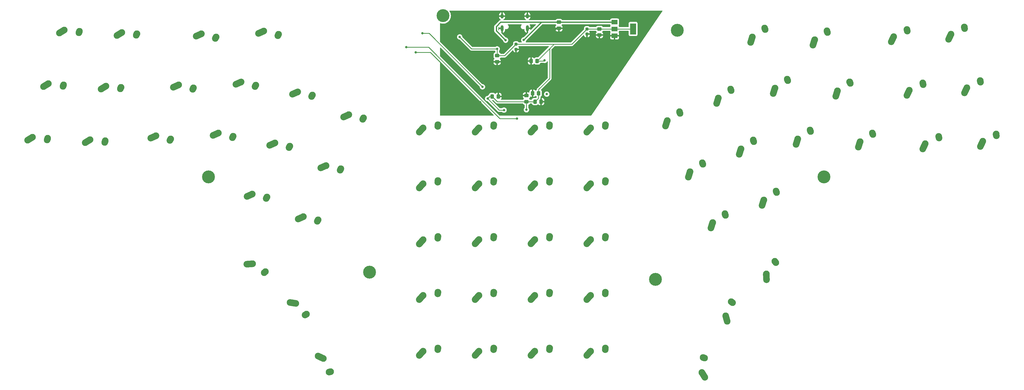
<source format=gbr>
%TF.GenerationSoftware,KiCad,Pcbnew,(5.99.0-9650-gad505e29c0)*%
%TF.CreationDate,2021-03-24T15:12:50-04:00*%
%TF.ProjectId,Hangulator,48616e67-756c-4617-946f-722e6b696361,rev?*%
%TF.SameCoordinates,Original*%
%TF.FileFunction,Copper,L2,Bot*%
%TF.FilePolarity,Positive*%
%FSLAX46Y46*%
G04 Gerber Fmt 4.6, Leading zero omitted, Abs format (unit mm)*
G04 Created by KiCad (PCBNEW (5.99.0-9650-gad505e29c0)) date 2021-03-24 15:12:50*
%MOMM*%
%LPD*%
G01*
G04 APERTURE LIST*
G04 Aperture macros list*
%AMRoundRect*
0 Rectangle with rounded corners*
0 $1 Rounding radius*
0 $2 $3 $4 $5 $6 $7 $8 $9 X,Y pos of 4 corners*
0 Add a 4 corners polygon primitive as box body*
4,1,4,$2,$3,$4,$5,$6,$7,$8,$9,$2,$3,0*
0 Add four circle primitives for the rounded corners*
1,1,$1+$1,$2,$3*
1,1,$1+$1,$4,$5*
1,1,$1+$1,$6,$7*
1,1,$1+$1,$8,$9*
0 Add four rect primitives between the rounded corners*
20,1,$1+$1,$2,$3,$4,$5,0*
20,1,$1+$1,$4,$5,$6,$7,0*
20,1,$1+$1,$6,$7,$8,$9,0*
20,1,$1+$1,$8,$9,$2,$3,0*%
%AMHorizOval*
0 Thick line with rounded ends*
0 $1 width*
0 $2 $3 position (X,Y) of the first rounded end (center of the circle)*
0 $4 $5 position (X,Y) of the second rounded end (center of the circle)*
0 Add line between two ends*
20,1,$1,$2,$3,$4,$5,0*
0 Add two circle primitives to create the rounded ends*
1,1,$1,$2,$3*
1,1,$1,$4,$5*%
G04 Aperture macros list end*
%TA.AperFunction,WasherPad*%
%ADD10C,4.400000*%
%TD*%
%TA.AperFunction,ComponentPad*%
%ADD11C,2.250000*%
%TD*%
%TA.AperFunction,ComponentPad*%
%ADD12HorizOval,2.250000X0.655001X0.730000X-0.655001X-0.730000X0*%
%TD*%
%TA.AperFunction,ComponentPad*%
%ADD13HorizOval,2.250000X0.020000X0.290000X-0.020000X-0.290000X0*%
%TD*%
%TA.AperFunction,ComponentPad*%
%ADD14HorizOval,2.250000X0.420851X0.885895X-0.420851X-0.885895X0*%
%TD*%
%TA.AperFunction,ComponentPad*%
%ADD15HorizOval,2.250000X-0.063138X0.283749X0.063138X-0.283749X0*%
%TD*%
%TA.AperFunction,ComponentPad*%
%ADD16HorizOval,2.250000X0.301618X0.933248X-0.301618X-0.933248X0*%
%TD*%
%TA.AperFunction,ComponentPad*%
%ADD17HorizOval,2.250000X-0.099635X0.273080X0.099635X-0.273080X0*%
%TD*%
%TA.AperFunction,ComponentPad*%
%ADD18HorizOval,2.250000X-0.035933X0.980120X0.035933X-0.980120X0*%
%TD*%
%TA.AperFunction,ComponentPad*%
%ADD19HorizOval,2.250000X-0.187064X0.222502X0.187064X-0.222502X0*%
%TD*%
%TA.AperFunction,ComponentPad*%
%ADD20HorizOval,2.250000X-0.256647X0.946603X0.256647X-0.946603X0*%
%TD*%
%TA.AperFunction,ComponentPad*%
%ADD21HorizOval,2.250000X-0.232535X0.174435X0.232535X-0.174435X0*%
%TD*%
%TA.AperFunction,ComponentPad*%
%ADD22HorizOval,2.250000X-0.513616X0.835538X0.513616X-0.835538X0*%
%TD*%
%TA.AperFunction,ComponentPad*%
%ADD23HorizOval,2.250000X-0.272342X0.101636X0.272342X-0.101636X0*%
%TD*%
%TA.AperFunction,ComponentPad*%
%ADD24HorizOval,2.250000X0.886115X-0.420387X-0.886115X0.420387X0*%
%TD*%
%TA.AperFunction,ComponentPad*%
%ADD25HorizOval,2.250000X0.283716X0.063287X-0.283716X-0.063287X0*%
%TD*%
%TA.AperFunction,ComponentPad*%
%ADD26HorizOval,2.250000X0.895221X0.400632X-0.895221X-0.400632X0*%
%TD*%
%TA.AperFunction,ComponentPad*%
%ADD27HorizOval,2.250000X0.136180X0.256817X-0.136180X-0.256817X0*%
%TD*%
%TA.AperFunction,ComponentPad*%
%ADD28HorizOval,2.250000X0.968782X-0.152927X-0.968782X0.152927X0*%
%TD*%
%TA.AperFunction,ComponentPad*%
%ADD29HorizOval,2.250000X0.254280X0.140861X-0.254280X-0.140861X0*%
%TD*%
%TA.AperFunction,ComponentPad*%
%ADD30HorizOval,2.250000X0.978268X0.070116X-0.978268X-0.070116X0*%
%TD*%
%TA.AperFunction,ComponentPad*%
%ADD31HorizOval,2.250000X0.215838X0.194715X-0.215838X-0.194715X0*%
%TD*%
%TA.AperFunction,ComponentPad*%
%ADD32HorizOval,2.250000X0.835269X0.514054X-0.835269X-0.514054X0*%
%TD*%
%TA.AperFunction,ComponentPad*%
%ADD33HorizOval,2.250000X0.101493X0.272395X-0.101493X-0.272395X0*%
%TD*%
%TA.AperFunction,ComponentPad*%
%ADD34O,1.000000X1.600000*%
%TD*%
%TA.AperFunction,ComponentPad*%
%ADD35O,1.000000X2.100000*%
%TD*%
%TA.AperFunction,SMDPad,CuDef*%
%ADD36RoundRect,0.250000X-0.475000X0.337500X-0.475000X-0.337500X0.475000X-0.337500X0.475000X0.337500X0*%
%TD*%
%TA.AperFunction,SMDPad,CuDef*%
%ADD37RoundRect,0.250000X0.337500X0.475000X-0.337500X0.475000X-0.337500X-0.475000X0.337500X-0.475000X0*%
%TD*%
%TA.AperFunction,SMDPad,CuDef*%
%ADD38RoundRect,0.237500X0.237500X-0.300000X0.237500X0.300000X-0.237500X0.300000X-0.237500X-0.300000X0*%
%TD*%
%TA.AperFunction,SMDPad,CuDef*%
%ADD39RoundRect,0.250000X-0.337500X-0.475000X0.337500X-0.475000X0.337500X0.475000X-0.337500X0.475000X0*%
%TD*%
%TA.AperFunction,SMDPad,CuDef*%
%ADD40R,2.000000X1.500000*%
%TD*%
%TA.AperFunction,SMDPad,CuDef*%
%ADD41R,2.000000X3.800000*%
%TD*%
%TA.AperFunction,SMDPad,CuDef*%
%ADD42RoundRect,0.250000X0.475000X-0.337500X0.475000X0.337500X-0.475000X0.337500X-0.475000X-0.337500X0*%
%TD*%
%TA.AperFunction,ViaPad*%
%ADD43C,0.800000*%
%TD*%
%TA.AperFunction,Conductor*%
%ADD44C,0.381000*%
%TD*%
%TA.AperFunction,Conductor*%
%ADD45C,0.254000*%
%TD*%
%TA.AperFunction,Conductor*%
%ADD46C,0.250000*%
%TD*%
G04 APERTURE END LIST*
D10*
%TO.P,,*%
%TO.N,*%
X267500000Y-152500000D03*
%TD*%
%TO.P,,*%
%TO.N,*%
X347500000Y-157500000D03*
%TD*%
%TO.P,,*%
%TO.N,*%
X340000000Y-242500000D03*
%TD*%
%TO.P,,*%
%TO.N,*%
X242500000Y-240000000D03*
%TD*%
%TO.P,,*%
%TO.N,*%
X397500000Y-207500000D03*
%TD*%
%TO.P,REF\u002A\u002A,*%
%TO.N,*%
X187500000Y-207500000D03*
%TD*%
D11*
%TO.P,MX62,1,COL*%
%TO.N,PF3*%
X317900000Y-266990000D03*
D12*
X317245001Y-267720000D03*
D11*
%TO.P,MX62,2,ROW*%
%TO.N,GND*%
X322940000Y-265910000D03*
D13*
X322920000Y-266200000D03*
%TD*%
D11*
%TO.P,MX61,1,COL*%
%TO.N,PC6*%
X317900000Y-247950000D03*
D12*
X317245001Y-248680000D03*
D11*
%TO.P,MX61,2,ROW*%
%TO.N,GND*%
X322940000Y-246870000D03*
D13*
X322920000Y-247160000D03*
%TD*%
D11*
%TO.P,MX60,1,COL*%
%TO.N,PC7*%
X317910000Y-228900000D03*
D12*
X317255001Y-229630000D03*
D11*
%TO.P,MX60,2,ROW*%
%TO.N,GND*%
X322950000Y-227820000D03*
D13*
X322930000Y-228110000D03*
%TD*%
D11*
%TO.P,MX59,1,COL*%
%TO.N,PC8*%
X317920000Y-209850000D03*
D12*
X317265001Y-210580000D03*
D11*
%TO.P,MX59,2,ROW*%
%TO.N,GND*%
X322960000Y-208770000D03*
D13*
X322940000Y-209060000D03*
%TD*%
D11*
%TO.P,MX58,1,COL*%
%TO.N,PC9*%
X317910000Y-190800000D03*
D12*
X317255001Y-191530000D03*
D11*
%TO.P,MX58,2,ROW*%
%TO.N,GND*%
X322950000Y-189720000D03*
D13*
X322930000Y-190010000D03*
%TD*%
D11*
%TO.P,MX57,1,COL*%
%TO.N,PC1*%
X298860000Y-267000000D03*
D12*
X298205001Y-267730000D03*
D11*
%TO.P,MX57,2,ROW*%
%TO.N,GND*%
X303900000Y-265920000D03*
D13*
X303880000Y-266210000D03*
%TD*%
D11*
%TO.P,MX56,1,COL*%
%TO.N,PC2*%
X298860000Y-247950000D03*
D12*
X298205001Y-248680000D03*
D11*
%TO.P,MX56,2,ROW*%
%TO.N,GND*%
X303900000Y-246870000D03*
D13*
X303880000Y-247160000D03*
%TD*%
D11*
%TO.P,MX55,1,COL*%
%TO.N,PC3*%
X298860000Y-228900000D03*
D12*
X298205001Y-229630000D03*
D11*
%TO.P,MX55,2,ROW*%
%TO.N,GND*%
X303900000Y-227820000D03*
D13*
X303880000Y-228110000D03*
%TD*%
D11*
%TO.P,MX54,1,COL*%
%TO.N,PC4*%
X298860000Y-209850000D03*
D12*
X298205001Y-210580000D03*
D11*
%TO.P,MX54,2,ROW*%
%TO.N,GND*%
X303900000Y-208770000D03*
D13*
X303880000Y-209060000D03*
%TD*%
D11*
%TO.P,MX53,1,COL*%
%TO.N,PC5*%
X298850000Y-190800000D03*
D12*
X298195001Y-191530000D03*
D11*
%TO.P,MX53,2,ROW*%
%TO.N,GND*%
X303890000Y-189720000D03*
D13*
X303870000Y-190010000D03*
%TD*%
D11*
%TO.P,MX52,1,COL*%
%TO.N,00*%
X279820000Y-267000000D03*
D12*
X279165001Y-267730000D03*
D11*
%TO.P,MX52,2,ROW*%
%TO.N,GND*%
X284860000Y-265920000D03*
D13*
X284840000Y-266210000D03*
%TD*%
D11*
%TO.P,MX51,1,COL*%
%TO.N,2*%
X279810000Y-247950000D03*
D12*
X279155001Y-248680000D03*
D11*
%TO.P,MX51,2,ROW*%
%TO.N,GND*%
X284850000Y-246870000D03*
D13*
X284830000Y-247160000D03*
%TD*%
D11*
%TO.P,MX50,1,COL*%
%TO.N,5*%
X279820000Y-228890000D03*
D12*
X279165001Y-229620000D03*
D11*
%TO.P,MX50,2,ROW*%
%TO.N,GND*%
X284860000Y-227810000D03*
D13*
X284840000Y-228100000D03*
%TD*%
D11*
%TO.P,MX49,1,COL*%
%TO.N,8*%
X279820000Y-209850000D03*
D12*
X279165001Y-210580000D03*
D11*
%TO.P,MX49,2,ROW*%
%TO.N,GND*%
X284860000Y-208770000D03*
D13*
X284840000Y-209060000D03*
%TD*%
D11*
%TO.P,MX48,1,COL*%
%TO.N,{slash}*%
X279810000Y-190800000D03*
D12*
X279155001Y-191530000D03*
D11*
%TO.P,MX48,2,ROW*%
%TO.N,GND*%
X284850000Y-189720000D03*
D13*
X284830000Y-190010000D03*
%TD*%
D11*
%TO.P,MX47,1,COL*%
%TO.N,01*%
X260770000Y-267000000D03*
D12*
X260115001Y-267730000D03*
D11*
%TO.P,MX47,2,ROW*%
%TO.N,GND*%
X265810000Y-265920000D03*
D13*
X265790000Y-266210000D03*
%TD*%
D11*
%TO.P,MX46,1,COL*%
%TO.N,1*%
X260760000Y-247950000D03*
D12*
X260105001Y-248680000D03*
D11*
%TO.P,MX46,2,ROW*%
%TO.N,GND*%
X265800000Y-246870000D03*
D13*
X265780000Y-247160000D03*
%TD*%
D11*
%TO.P,MX45,1,COL*%
%TO.N,4*%
X260760000Y-228910000D03*
D12*
X260105001Y-229640000D03*
D11*
%TO.P,MX45,2,ROW*%
%TO.N,GND*%
X265800000Y-227830000D03*
D13*
X265780000Y-228120000D03*
%TD*%
D11*
%TO.P,MX44,1,COL*%
%TO.N,7*%
X260760000Y-209850000D03*
D12*
X260105001Y-210580000D03*
D11*
%TO.P,MX44,2,ROW*%
%TO.N,GND*%
X265800000Y-208770000D03*
D13*
X265780000Y-209060000D03*
%TD*%
D11*
%TO.P,MX43,1,COL*%
%TO.N,LOGOUT*%
X260760000Y-190800000D03*
D12*
X260105001Y-191530000D03*
D11*
%TO.P,MX43,2,ROW*%
%TO.N,GND*%
X265800000Y-189720000D03*
D13*
X265780000Y-190010000D03*
%TD*%
D11*
%TO.P,MX42,1,COL*%
%TO.N,LSHFT*%
X451687435Y-195344143D03*
D14*
X451266585Y-196230038D03*
D11*
%TO.P,MX42,2,ROW*%
%TO.N,GND*%
X456213580Y-192877970D03*
D15*
X456276719Y-193161719D03*
%TD*%
D11*
%TO.P,MX41,1,COL*%
%TO.N,ENTER*%
X446277435Y-177074143D03*
D14*
X445856585Y-177960038D03*
D11*
%TO.P,MX41,2,ROW*%
%TO.N,GND*%
X450803580Y-174607970D03*
D15*
X450866719Y-174891719D03*
%TD*%
D11*
%TO.P,MX40,1,COL*%
%TO.N,BKSPC*%
X440867435Y-158814143D03*
D14*
X440446585Y-159700038D03*
D11*
%TO.P,MX40,2,ROW*%
%TO.N,GND*%
X445393580Y-156347970D03*
D15*
X445456719Y-156631719D03*
%TD*%
D11*
%TO.P,MX39,1,COL*%
%TO.N,{slash}?*%
X432067435Y-196174143D03*
D14*
X431646585Y-197060038D03*
D11*
%TO.P,MX39,2,ROW*%
%TO.N,GND*%
X436593580Y-193707970D03*
D15*
X436656719Y-193991719D03*
%TD*%
D11*
%TO.P,MX38,1,COL*%
%TO.N,;:*%
X426657435Y-177914143D03*
D14*
X426236585Y-178800038D03*
D11*
%TO.P,MX38,2,ROW*%
%TO.N,GND*%
X431183580Y-175447970D03*
D15*
X431246719Y-175731719D03*
%TD*%
D11*
%TO.P,MX37,1,COL*%
%TO.N,P*%
X421247435Y-159654143D03*
D14*
X420826585Y-160540038D03*
D11*
%TO.P,MX37,2,ROW*%
%TO.N,GND*%
X425773580Y-157187970D03*
D15*
X425836719Y-157471719D03*
%TD*%
D11*
%TO.P,MX36,1,COL*%
%TO.N,.>*%
X409839650Y-195511977D03*
D16*
X409538033Y-196445225D03*
D11*
%TO.P,MX36,2,ROW*%
%TO.N,GND*%
X414005174Y-192476122D03*
D17*
X414104809Y-192749203D03*
%TD*%
D11*
%TO.P,MX35,1,COL*%
%TO.N,L*%
X402079650Y-178101977D03*
D16*
X401778033Y-179035225D03*
D11*
%TO.P,MX35,2,ROW*%
%TO.N,GND*%
X406245174Y-175066122D03*
D17*
X406344809Y-175339203D03*
%TD*%
D11*
%TO.P,MX34,1,COL*%
%TO.N,O*%
X394349650Y-160701977D03*
D16*
X394048033Y-161635225D03*
D11*
%TO.P,MX34,2,ROW*%
%TO.N,GND*%
X398515174Y-157666122D03*
D17*
X398614809Y-157939203D03*
%TD*%
D11*
%TO.P,MX33,1,COL*%
%TO.N,RT1*%
X377843017Y-240599287D03*
D18*
X377878950Y-241579405D03*
D11*
%TO.P,MX33,2,ROW*%
%TO.N,GND*%
X380718259Y-236321322D03*
D19*
X380905323Y-236543823D03*
%TD*%
D11*
%TO.P,MX32,1,COL*%
%TO.N,\u002C<*%
X388549650Y-194551977D03*
D16*
X388248033Y-195485225D03*
D11*
%TO.P,MX32,2,ROW*%
%TO.N,GND*%
X392715174Y-191516122D03*
D17*
X392814809Y-191789203D03*
%TD*%
D11*
%TO.P,MX31,1,COL*%
%TO.N,K*%
X380809650Y-177151977D03*
D16*
X380508033Y-178085225D03*
D11*
%TO.P,MX31,2,ROW*%
%TO.N,GND*%
X384975174Y-174116122D03*
D17*
X385074809Y-174389203D03*
%TD*%
D11*
%TO.P,MX30,1,COL*%
%TO.N,I*%
X373069650Y-159751977D03*
D16*
X372768033Y-160685225D03*
D11*
%TO.P,MX30,2,ROW*%
%TO.N,GND*%
X377235174Y-156716122D03*
D17*
X377334809Y-156989203D03*
%TD*%
D11*
%TO.P,MX29,1,COL*%
%TO.N,RT2*%
X363993624Y-254893882D03*
D20*
X364250272Y-255840485D03*
D11*
%TO.P,MX29,2,ROW*%
%TO.N,GND*%
X365826956Y-250076529D03*
D21*
X366059491Y-250250964D03*
%TD*%
D11*
%TO.P,MX28,1,COL*%
%TO.N,M*%
X376969650Y-215361977D03*
D16*
X376668033Y-216295225D03*
D11*
%TO.P,MX28,2,ROW*%
%TO.N,GND*%
X381135174Y-212326122D03*
D17*
X381234809Y-212599203D03*
%TD*%
D11*
%TO.P,MX27,1,COL*%
%TO.N,J*%
X369219650Y-197951977D03*
D16*
X368918033Y-198885225D03*
D11*
%TO.P,MX27,2,ROW*%
%TO.N,GND*%
X373385174Y-194916122D03*
D17*
X373484809Y-195189203D03*
%TD*%
D11*
%TO.P,MX26,1,COL*%
%TO.N,U*%
X361459650Y-180541977D03*
D16*
X361158033Y-181475225D03*
D11*
%TO.P,MX26,2,ROW*%
%TO.N,GND*%
X365625174Y-177506122D03*
D17*
X365724809Y-177779203D03*
%TD*%
D11*
%TO.P,MX25,1,COL*%
%TO.N,RT3*%
X355864243Y-274259401D03*
D22*
X356377860Y-275094938D03*
D11*
%TO.P,MX25,2,ROW*%
%TO.N,GND*%
X356261949Y-269120352D03*
D23*
X356534291Y-269221988D03*
%TD*%
D11*
%TO.P,MX24,1,COL*%
%TO.N,N*%
X359549650Y-223101977D03*
D16*
X359248033Y-224035225D03*
D11*
%TO.P,MX24,2,ROW*%
%TO.N,GND*%
X363715174Y-220066122D03*
D17*
X363814809Y-220339203D03*
%TD*%
D11*
%TO.P,MX23,1,COL*%
%TO.N,H*%
X351809650Y-205691977D03*
D16*
X351508033Y-206625225D03*
D11*
%TO.P,MX23,2,ROW*%
%TO.N,GND*%
X355975174Y-202656122D03*
D17*
X356074809Y-202929203D03*
%TD*%
D11*
%TO.P,MX22,1,COL*%
%TO.N,Y*%
X344069650Y-188291977D03*
D16*
X343768033Y-189225225D03*
D11*
%TO.P,MX22,2,ROW*%
%TO.N,GND*%
X348235174Y-185256122D03*
D17*
X348334809Y-185529203D03*
%TD*%
D11*
%TO.P,MX21,1,COL*%
%TO.N,GUI*%
X226714007Y-269465799D03*
D24*
X225827892Y-269045413D03*
D11*
%TO.P,MX21,2,ROW*%
%TO.N,GND*%
X229182549Y-273990652D03*
D25*
X228898833Y-274053939D03*
%TD*%
D11*
%TO.P,MX20,1,COL*%
%TO.N,B*%
X219882268Y-221069091D03*
D26*
X218987048Y-221469723D03*
D11*
%TO.P,MX20,2,ROW*%
%TO.N,GND*%
X224925998Y-222131535D03*
D27*
X224789818Y-222388352D03*
%TD*%
D11*
%TO.P,MX19,1,COL*%
%TO.N,G*%
X227632268Y-203659091D03*
D26*
X226737048Y-204059723D03*
D11*
%TO.P,MX19,2,ROW*%
%TO.N,GND*%
X232675998Y-204721535D03*
D27*
X232539818Y-204978352D03*
%TD*%
D11*
%TO.P,MX18,1,COL*%
%TO.N,T*%
X235372268Y-186259091D03*
D26*
X234477048Y-186659723D03*
D11*
%TO.P,MX18,2,ROW*%
%TO.N,GND*%
X240415998Y-187321535D03*
D27*
X240279818Y-187578352D03*
%TD*%
D11*
%TO.P,MX17,1,COL*%
%TO.N,M3*%
X217288306Y-250687206D03*
D28*
X216319524Y-250534280D03*
D11*
%TO.P,MX17,2,ROW*%
%TO.N,GND*%
X220934603Y-254330353D03*
D29*
X220680324Y-254471214D03*
%TD*%
D11*
%TO.P,MX16,1,COL*%
%TO.N,V*%
X202462268Y-213329091D03*
D26*
X201567048Y-213729723D03*
D11*
%TO.P,MX16,2,ROW*%
%TO.N,GND*%
X207505998Y-214391535D03*
D27*
X207369818Y-214648352D03*
%TD*%
D11*
%TO.P,MX15,1,COL*%
%TO.N,F*%
X210212268Y-195909091D03*
D26*
X209317048Y-196309723D03*
D11*
%TO.P,MX15,2,ROW*%
%TO.N,GND*%
X215255998Y-196971535D03*
D27*
X215119818Y-197228352D03*
%TD*%
D11*
%TO.P,MX14,1,COL*%
%TO.N,R*%
X217952268Y-178509091D03*
D26*
X217057048Y-178909723D03*
D11*
%TO.P,MX14,2,ROW*%
%TO.N,GND*%
X222995998Y-179571535D03*
D27*
X222859818Y-179828352D03*
%TD*%
D11*
%TO.P,MX13,1,COL*%
%TO.N,SPACE*%
X202560284Y-237115995D03*
D30*
X201582016Y-237186113D03*
D11*
%TO.P,MX13,2,ROW*%
%TO.N,GND*%
X206935988Y-239840186D03*
D31*
X206720150Y-240034902D03*
%TD*%
D11*
%TO.P,MX12,1,COL*%
%TO.N,C*%
X190882268Y-192509091D03*
D26*
X189987048Y-192909723D03*
D11*
%TO.P,MX12,2,ROW*%
%TO.N,GND*%
X195925998Y-193571535D03*
D27*
X195789818Y-193828352D03*
%TD*%
D11*
%TO.P,MX11,1,COL*%
%TO.N,D*%
X198622268Y-175119091D03*
D26*
X197727048Y-175519723D03*
D11*
%TO.P,MX11,2,ROW*%
%TO.N,GND*%
X203665998Y-176181535D03*
D27*
X203529818Y-176438352D03*
%TD*%
D11*
%TO.P,MX10,1,COL*%
%TO.N,E*%
X206372268Y-157709091D03*
D26*
X205477048Y-158109723D03*
D11*
%TO.P,MX10,2,ROW*%
%TO.N,GND*%
X211415998Y-158771535D03*
D27*
X211279818Y-159028352D03*
%TD*%
D11*
%TO.P,MX9,1,COL*%
%TO.N,X*%
X169612268Y-193479091D03*
D26*
X168717048Y-193879723D03*
D11*
%TO.P,MX9,2,ROW*%
%TO.N,GND*%
X174655998Y-194541535D03*
D27*
X174519818Y-194798352D03*
%TD*%
D11*
%TO.P,MX8,1,COL*%
%TO.N,S*%
X177352268Y-176069091D03*
D26*
X176457048Y-176469723D03*
D11*
%TO.P,MX8,2,ROW*%
%TO.N,GND*%
X182395998Y-177131535D03*
D27*
X182259818Y-177388352D03*
%TD*%
D11*
%TO.P,MX7,1,COL*%
%TO.N,W*%
X185092268Y-158669091D03*
D26*
X184197048Y-159069723D03*
D11*
%TO.P,MX7,2,ROW*%
%TO.N,GND*%
X190135998Y-159731535D03*
D27*
X189999818Y-159988352D03*
%TD*%
D11*
%TO.P,MX6,1,COL*%
%TO.N,Z*%
X147138219Y-194764903D03*
D32*
X146302951Y-195278957D03*
D11*
%TO.P,MX6,2,ROW*%
%TO.N,GND*%
X152277476Y-195159918D03*
D33*
X152175982Y-195432313D03*
%TD*%
D11*
%TO.P,MX5,1,COL*%
%TO.N,A*%
X152548219Y-176504903D03*
D32*
X151712951Y-177018957D03*
D11*
%TO.P,MX5,2,ROW*%
%TO.N,GND*%
X157687476Y-176899918D03*
D33*
X157585982Y-177172313D03*
%TD*%
D11*
%TO.P,MX4,1,COL*%
%TO.N,Q*%
X157958219Y-158224903D03*
D32*
X157122951Y-158738957D03*
D11*
%TO.P,MX4,2,ROW*%
%TO.N,GND*%
X163097476Y-158619918D03*
D33*
X162995982Y-158892313D03*
%TD*%
D11*
%TO.P,MX3,1,COL*%
%TO.N,RSHFT*%
X127518219Y-193924903D03*
D32*
X126682951Y-194438957D03*
D11*
%TO.P,MX3,2,ROW*%
%TO.N,GND*%
X132657476Y-194319918D03*
D33*
X132555982Y-194592313D03*
%TD*%
D11*
%TO.P,MX2,1,COL*%
%TO.N,LCTRL*%
X132928219Y-175664903D03*
D32*
X132092951Y-176178957D03*
D11*
%TO.P,MX2,2,ROW*%
%TO.N,GND*%
X138067476Y-176059918D03*
D33*
X137965982Y-176332313D03*
%TD*%
D11*
%TO.P,MX1,1,COL*%
%TO.N,TAB*%
X138338219Y-157384903D03*
D32*
X137502951Y-157898957D03*
D11*
%TO.P,MX1,2,ROW*%
%TO.N,GND*%
X143477476Y-157779918D03*
D33*
X143375982Y-158052313D03*
%TD*%
D34*
%TO.P,USB1,13,SHIELD*%
%TO.N,GND*%
X296320000Y-152600000D03*
X287680000Y-152600000D03*
D35*
X287680000Y-156780000D03*
X296320000Y-156780000D03*
%TD*%
D36*
%TO.P,C2,1*%
%TO.N,VDD1*%
X320900000Y-157012500D03*
%TO.P,C2,2*%
%TO.N,GND*%
X320900000Y-159087500D03*
%TD*%
%TO.P,C1,1*%
%TO.N,+5V*%
X307075000Y-154687500D03*
%TO.P,C1,2*%
%TO.N,GND*%
X307075000Y-156762500D03*
%TD*%
D37*
%TO.P,C8,1*%
%TO.N,GND*%
X300987500Y-181800000D03*
%TO.P,C8,2*%
%TO.N,VDD1*%
X298912500Y-181800000D03*
%TD*%
D38*
%TO.P,C10,1*%
%TO.N,GND*%
X316625000Y-158762500D03*
%TO.P,C10,2*%
%TO.N,VDD1*%
X316625000Y-157037500D03*
%TD*%
D39*
%TO.P,C4,1*%
%TO.N,GND*%
X297587500Y-167950000D03*
%TO.P,C4,2*%
%TO.N,VDD1*%
X299662500Y-167950000D03*
%TD*%
D40*
%TO.P,U1,1,GND*%
%TO.N,GND*%
X326075000Y-159300000D03*
D41*
%TO.P,U1,2,VO*%
%TO.N,VDD1*%
X332375000Y-157000000D03*
D40*
X326075000Y-157000000D03*
%TO.P,U1,3,VI*%
%TO.N,+5V*%
X326075000Y-154700000D03*
%TD*%
D39*
%TO.P,C5,1*%
%TO.N,GND*%
X298087500Y-178925000D03*
%TO.P,C5,2*%
%TO.N,VDD1*%
X300162500Y-178925000D03*
%TD*%
D42*
%TO.P,C3,1*%
%TO.N,GND*%
X286000000Y-168187500D03*
%TO.P,C3,2*%
%TO.N,VDD1*%
X286000000Y-166112500D03*
%TD*%
D37*
%TO.P,C6,1*%
%TO.N,GND*%
X286387500Y-180025000D03*
%TO.P,C6,2*%
%TO.N,VDD1*%
X284312500Y-180025000D03*
%TD*%
D36*
%TO.P,C7,1*%
%TO.N,GND*%
X296000000Y-179737500D03*
%TO.P,C7,2*%
%TO.N,VDD1*%
X296000000Y-181812500D03*
%TD*%
D38*
%TO.P,C9,1*%
%TO.N,GND*%
X292450000Y-163937500D03*
%TO.P,C9,2*%
%TO.N,VDD1*%
X292450000Y-162212500D03*
%TD*%
D43*
%TO.N,GND*%
X304875000Y-158225000D03*
%TO.N,RESET*%
X255000000Y-163250000D03*
X292750000Y-187575000D03*
%TO.N,BOOT*%
X281000000Y-176750000D03*
X260500000Y-158500000D03*
%TO.N,VDD1*%
X302920000Y-179250000D03*
X282750000Y-180750000D03*
X273225000Y-159725000D03*
X302200000Y-167725000D03*
X286000000Y-163800000D03*
X288350000Y-184700000D03*
X296000000Y-184575000D03*
%TO.N,GND*%
X280250000Y-182000000D03*
X258250000Y-165000000D03*
%TO.N,+5V*%
X295075000Y-160775000D03*
X288900000Y-160850000D03*
%TD*%
D44*
%TO.N,GND*%
X306337500Y-156762500D02*
X304875000Y-158225000D01*
X307075000Y-156762500D02*
X306337500Y-156762500D01*
D45*
%TO.N,RESET*%
X262600000Y-163250000D02*
X262075000Y-163250000D01*
D46*
X262075000Y-163250000D02*
X255000000Y-163250000D01*
D45*
X292750000Y-187575000D02*
X286925000Y-187575000D01*
X286925000Y-187575000D02*
X262600000Y-163250000D01*
D46*
%TO.N,BOOT*%
X281000000Y-176750000D02*
X262750000Y-158500000D01*
X262750000Y-158500000D02*
X260500000Y-158500000D01*
D45*
%TO.N,VDD1*%
X320912500Y-157000000D02*
X320900000Y-157012500D01*
X286700000Y-184700000D02*
X282750000Y-180750000D01*
X286000000Y-163800000D02*
X277300000Y-163800000D01*
X298912500Y-181800000D02*
X296012500Y-181800000D01*
X301975000Y-167950000D02*
X299662500Y-167950000D01*
X296012500Y-181800000D02*
X296000000Y-181812500D01*
X284312500Y-180025000D02*
X283475000Y-180025000D01*
X303912500Y-163687500D02*
X305287500Y-162312500D01*
X288350000Y-184700000D02*
X286700000Y-184700000D01*
D46*
X302920000Y-179280000D02*
X302920000Y-179250000D01*
D45*
X303912500Y-173900000D02*
X300162500Y-177650000D01*
X283475000Y-180025000D02*
X282750000Y-180750000D01*
X303912500Y-163687500D02*
X303912500Y-173900000D01*
X320900000Y-157012500D02*
X316650000Y-157012500D01*
X286000000Y-166112500D02*
X286000000Y-163800000D01*
X299662500Y-167937500D02*
X303912500Y-163687500D01*
X296000000Y-184575000D02*
X296000000Y-181812500D01*
X302200000Y-167725000D02*
X301975000Y-167950000D01*
D46*
X282500000Y-180750000D02*
X282750000Y-180750000D01*
D45*
X299662500Y-167950000D02*
X299662500Y-167937500D01*
X286100000Y-181812500D02*
X284312500Y-180025000D01*
X311450000Y-162212500D02*
X311493750Y-162168750D01*
X326075000Y-157000000D02*
X320912500Y-157000000D01*
X300162500Y-177650000D02*
X300162500Y-178925000D01*
X286000000Y-166112500D02*
X288550000Y-166112500D01*
X316650000Y-157012500D02*
X316625000Y-157037500D01*
X311493750Y-162168750D02*
X316625000Y-157037500D01*
X326075000Y-157000000D02*
X332375000Y-157000000D01*
X300162500Y-178925000D02*
X300162500Y-180550000D01*
X277300000Y-163800000D02*
X273225000Y-159725000D01*
X296000000Y-181812500D02*
X286100000Y-181812500D01*
X300162500Y-180550000D02*
X298912500Y-181800000D01*
X292450000Y-162212500D02*
X311450000Y-162212500D01*
X288550000Y-166112500D02*
X292450000Y-162212500D01*
D46*
%TO.N,GND*%
X263250000Y-165000000D02*
X258250000Y-165000000D01*
X280250000Y-182000000D02*
X263250000Y-165000000D01*
D44*
%TO.N,+5V*%
X287175000Y-154700000D02*
X285700000Y-156175000D01*
X301100000Y-154700000D02*
X287175000Y-154700000D01*
X285700000Y-157650000D02*
X288900000Y-160850000D01*
X301100000Y-154750000D02*
X301100000Y-154700000D01*
X285700000Y-156175000D02*
X285700000Y-157650000D01*
X295075000Y-160775000D02*
X301100000Y-154750000D01*
X326075000Y-154700000D02*
X301100000Y-154700000D01*
%TD*%
%TA.AperFunction,Conductor*%
%TO.N,GND*%
G36*
X266708512Y-168257699D02*
G01*
X266715095Y-168263828D01*
X284802347Y-186351080D01*
X284836373Y-186413392D01*
X284831308Y-186484207D01*
X284788761Y-186541043D01*
X284722241Y-186565854D01*
X284713313Y-186566175D01*
X268353372Y-186574102D01*
X266626061Y-186574939D01*
X266557931Y-186554970D01*
X266511412Y-186501337D01*
X266500000Y-186448939D01*
X266500000Y-168352923D01*
X266520002Y-168284802D01*
X266573658Y-168238309D01*
X266643932Y-168228205D01*
X266708512Y-168257699D01*
G37*
%TD.AperFunction*%
%TA.AperFunction,Conductor*%
G36*
X342365639Y-150778002D02*
G01*
X342412132Y-150831658D01*
X342422236Y-150901932D01*
X342401579Y-150955045D01*
X318137497Y-186495077D01*
X318082568Y-186540058D01*
X318033497Y-186550032D01*
X304951249Y-186556371D01*
X286866116Y-186565133D01*
X286797987Y-186545164D01*
X286776961Y-186528228D01*
X266536905Y-166288172D01*
X266502879Y-166225860D01*
X266500000Y-166199077D01*
X266500000Y-163450094D01*
X266520002Y-163381973D01*
X266573658Y-163335480D01*
X266643932Y-163325376D01*
X266708512Y-163354870D01*
X266715095Y-163360999D01*
X280052882Y-176698786D01*
X280086908Y-176761098D01*
X280089097Y-176774710D01*
X280106462Y-176939927D01*
X280165476Y-177121554D01*
X280260963Y-177286942D01*
X280388749Y-177428863D01*
X280394091Y-177432744D01*
X280394093Y-177432746D01*
X280447167Y-177471306D01*
X280543250Y-177541114D01*
X280549278Y-177543798D01*
X280549280Y-177543799D01*
X280653939Y-177590396D01*
X280717713Y-177618790D01*
X280811113Y-177638643D01*
X280898056Y-177657124D01*
X280898061Y-177657124D01*
X280904513Y-177658496D01*
X281095487Y-177658496D01*
X281101939Y-177657124D01*
X281101944Y-177657124D01*
X281188887Y-177638643D01*
X281282287Y-177618790D01*
X281346061Y-177590396D01*
X281450720Y-177543799D01*
X281450722Y-177543798D01*
X281456750Y-177541114D01*
X281552833Y-177471306D01*
X281605907Y-177432746D01*
X281605909Y-177432744D01*
X281611251Y-177428863D01*
X281739037Y-177286942D01*
X281834524Y-177121554D01*
X281893538Y-176939927D01*
X281913500Y-176750000D01*
X281893538Y-176560073D01*
X281834524Y-176378446D01*
X281739037Y-176213058D01*
X281611251Y-176071137D01*
X281605909Y-176067256D01*
X281605907Y-176067254D01*
X281462092Y-175962767D01*
X281462091Y-175962766D01*
X281456750Y-175958886D01*
X281450722Y-175956202D01*
X281450720Y-175956201D01*
X281288318Y-175883895D01*
X281288317Y-175883895D01*
X281282287Y-175881210D01*
X281188887Y-175861357D01*
X281101944Y-175842876D01*
X281101939Y-175842876D01*
X281095487Y-175841504D01*
X281039599Y-175841504D01*
X280971478Y-175821502D01*
X280950504Y-175804599D01*
X273746548Y-168600643D01*
X273600953Y-168455048D01*
X284767000Y-168455048D01*
X284767000Y-168564223D01*
X284767424Y-168571524D01*
X284781617Y-168693255D01*
X284784963Y-168707410D01*
X284840263Y-168859761D01*
X284846773Y-168872760D01*
X284935641Y-169008306D01*
X284944965Y-169019458D01*
X285062629Y-169130922D01*
X285074276Y-169139635D01*
X285214429Y-169221043D01*
X285227754Y-169226837D01*
X285383700Y-169274068D01*
X285396323Y-169276516D01*
X285466184Y-169282751D01*
X285471779Y-169283000D01*
X285727885Y-169283000D01*
X285743124Y-169278525D01*
X285744329Y-169277135D01*
X285746000Y-169269452D01*
X285746000Y-168459615D01*
X285744659Y-168455048D01*
X286254000Y-168455048D01*
X286254000Y-169264885D01*
X286258475Y-169280124D01*
X286259865Y-169281329D01*
X286267548Y-169283000D01*
X286514223Y-169283000D01*
X286521524Y-169282576D01*
X286643255Y-169268383D01*
X286657410Y-169265037D01*
X286809761Y-169209737D01*
X286822760Y-169203227D01*
X286958306Y-169114359D01*
X286969458Y-169105035D01*
X287080922Y-168987371D01*
X287089635Y-168975724D01*
X287171043Y-168835571D01*
X287176837Y-168822246D01*
X287224068Y-168666300D01*
X287226516Y-168653677D01*
X287232751Y-168583816D01*
X287233000Y-168578221D01*
X287233000Y-168459615D01*
X287228525Y-168444376D01*
X287227135Y-168443171D01*
X287219452Y-168441500D01*
X286272115Y-168441500D01*
X286256876Y-168445975D01*
X286255671Y-168447365D01*
X286254000Y-168455048D01*
X285744659Y-168455048D01*
X285741525Y-168444376D01*
X285740135Y-168443171D01*
X285732452Y-168441500D01*
X284785115Y-168441500D01*
X284769876Y-168445975D01*
X284768671Y-168447365D01*
X284767000Y-168455048D01*
X273600953Y-168455048D01*
X273363453Y-168217548D01*
X296492000Y-168217548D01*
X296492000Y-168464223D01*
X296492424Y-168471524D01*
X296506617Y-168593255D01*
X296509963Y-168607410D01*
X296565263Y-168759761D01*
X296571773Y-168772760D01*
X296660641Y-168908306D01*
X296669965Y-168919458D01*
X296787629Y-169030922D01*
X296799276Y-169039635D01*
X296939429Y-169121043D01*
X296952754Y-169126837D01*
X297108700Y-169174068D01*
X297121323Y-169176516D01*
X297191184Y-169182751D01*
X297196779Y-169183000D01*
X297315385Y-169183000D01*
X297330624Y-169178525D01*
X297331829Y-169177135D01*
X297333500Y-169169452D01*
X297333500Y-168222115D01*
X297329025Y-168206876D01*
X297327635Y-168205671D01*
X297319952Y-168204000D01*
X296510115Y-168204000D01*
X296494876Y-168208475D01*
X296493671Y-168209865D01*
X296492000Y-168217548D01*
X273363453Y-168217548D01*
X266536905Y-161391001D01*
X266502879Y-161328689D01*
X266500000Y-161301906D01*
X266500000Y-159725000D01*
X272311500Y-159725000D01*
X272312190Y-159731565D01*
X272326373Y-159866504D01*
X272331462Y-159914927D01*
X272390476Y-160096554D01*
X272393779Y-160102276D01*
X272393780Y-160102277D01*
X272398087Y-160109737D01*
X272485963Y-160261942D01*
X272490381Y-160266849D01*
X272490382Y-160266850D01*
X272609327Y-160398952D01*
X272613749Y-160403863D01*
X272619091Y-160407744D01*
X272619093Y-160407746D01*
X272762267Y-160511767D01*
X272768250Y-160516114D01*
X272774278Y-160518798D01*
X272774280Y-160518799D01*
X272909031Y-160578794D01*
X272942713Y-160593790D01*
X273036113Y-160613643D01*
X273123056Y-160632124D01*
X273123061Y-160632124D01*
X273129513Y-160633496D01*
X273182573Y-160633496D01*
X273250694Y-160653498D01*
X273271668Y-160670401D01*
X276795129Y-164193861D01*
X276802443Y-164201899D01*
X276806486Y-164208270D01*
X276812261Y-164213693D01*
X276855136Y-164253955D01*
X276857978Y-164256710D01*
X276878621Y-164277353D01*
X276882155Y-164280094D01*
X276882156Y-164280095D01*
X276891183Y-164287805D01*
X276923524Y-164318175D01*
X276941353Y-164327977D01*
X276957874Y-164338829D01*
X276973959Y-164351306D01*
X277001902Y-164363397D01*
X277014680Y-164368927D01*
X277025343Y-164374151D01*
X277057267Y-164391702D01*
X277057269Y-164391703D01*
X277064216Y-164395522D01*
X277071896Y-164397494D01*
X277083931Y-164400584D01*
X277102632Y-164406987D01*
X277114029Y-164411919D01*
X277114035Y-164411921D01*
X277121306Y-164415067D01*
X277129131Y-164416306D01*
X277129140Y-164416309D01*
X277165121Y-164422008D01*
X277176742Y-164424414D01*
X277213968Y-164433972D01*
X277213977Y-164433973D01*
X277219724Y-164435449D01*
X277220535Y-164435500D01*
X277240396Y-164435500D01*
X277260106Y-164437051D01*
X277279881Y-164440183D01*
X277287773Y-164439437D01*
X277323509Y-164436059D01*
X277335366Y-164435500D01*
X285238500Y-164435500D01*
X285306621Y-164455502D01*
X285353114Y-164509158D01*
X285364500Y-164561500D01*
X285364500Y-164938173D01*
X285344498Y-165006294D01*
X285290842Y-165052787D01*
X285281491Y-165056612D01*
X285276764Y-165058328D01*
X285183136Y-165092313D01*
X285035253Y-165189269D01*
X284913642Y-165317645D01*
X284824825Y-165470555D01*
X284773567Y-165639796D01*
X284766500Y-165718978D01*
X284766500Y-166492886D01*
X284772650Y-166545633D01*
X284781094Y-166618057D01*
X284781978Y-166625643D01*
X284784474Y-166632521D01*
X284784475Y-166632523D01*
X284828731Y-166754445D01*
X284842313Y-166791864D01*
X284939269Y-166939747D01*
X284944580Y-166944778D01*
X284944584Y-166944783D01*
X285065736Y-167059550D01*
X285101435Y-167120919D01*
X285098288Y-167191846D01*
X285057294Y-167249811D01*
X285048171Y-167256394D01*
X285041693Y-167260641D01*
X285030542Y-167269965D01*
X284919078Y-167387629D01*
X284910365Y-167399276D01*
X284828957Y-167539429D01*
X284823163Y-167552754D01*
X284775932Y-167708700D01*
X284773484Y-167721323D01*
X284767249Y-167791184D01*
X284767000Y-167796779D01*
X284767000Y-167915385D01*
X284771475Y-167930624D01*
X284772865Y-167931829D01*
X284780548Y-167933500D01*
X287214885Y-167933500D01*
X287230124Y-167929025D01*
X287231329Y-167927635D01*
X287233000Y-167919952D01*
X287233000Y-167810777D01*
X287232576Y-167803476D01*
X287218383Y-167681745D01*
X287215037Y-167667590D01*
X287159737Y-167515239D01*
X287153227Y-167502240D01*
X287100474Y-167421779D01*
X296492000Y-167421779D01*
X296492000Y-167677885D01*
X296496475Y-167693124D01*
X296497865Y-167694329D01*
X296505548Y-167696000D01*
X297315385Y-167696000D01*
X297330624Y-167691525D01*
X297331829Y-167690135D01*
X297333500Y-167682452D01*
X297333500Y-166735115D01*
X297329025Y-166719876D01*
X297327635Y-166718671D01*
X297319952Y-166717000D01*
X297210777Y-166717000D01*
X297203476Y-166717424D01*
X297081745Y-166731617D01*
X297067590Y-166734963D01*
X296915239Y-166790263D01*
X296902240Y-166796773D01*
X296766694Y-166885641D01*
X296755542Y-166894965D01*
X296644078Y-167012629D01*
X296635365Y-167024276D01*
X296553957Y-167164429D01*
X296548163Y-167177754D01*
X296500932Y-167333700D01*
X296498484Y-167346323D01*
X296492249Y-167416184D01*
X296492000Y-167421779D01*
X287100474Y-167421779D01*
X287064359Y-167366694D01*
X287055035Y-167355542D01*
X286934207Y-167241081D01*
X286898509Y-167179712D01*
X286901656Y-167108785D01*
X286942650Y-167050819D01*
X286951774Y-167044237D01*
X286958625Y-167039745D01*
X286958626Y-167039744D01*
X286964747Y-167035731D01*
X287086358Y-166907355D01*
X287090033Y-166901028D01*
X287090036Y-166901024D01*
X287142491Y-166810715D01*
X287194002Y-166761856D01*
X287251445Y-166748000D01*
X288471512Y-166748000D01*
X288482355Y-166748511D01*
X288489723Y-166750158D01*
X288497648Y-166749909D01*
X288497649Y-166749909D01*
X288540877Y-166748550D01*
X288556408Y-166748062D01*
X288560364Y-166748000D01*
X288589580Y-166748000D01*
X288594016Y-166747439D01*
X288605851Y-166746507D01*
X288650196Y-166745114D01*
X288669746Y-166739434D01*
X288689079Y-166735431D01*
X288709286Y-166732878D01*
X288716658Y-166729959D01*
X288716663Y-166729958D01*
X288750541Y-166716545D01*
X288761768Y-166712701D01*
X288796756Y-166702535D01*
X288804373Y-166700322D01*
X288821893Y-166689961D01*
X288839640Y-166681266D01*
X288858563Y-166673774D01*
X288880419Y-166657895D01*
X288894449Y-166647701D01*
X288904373Y-166641182D01*
X288937449Y-166621622D01*
X288937458Y-166621615D01*
X288942567Y-166618594D01*
X288943176Y-166618057D01*
X288957218Y-166604015D01*
X288972252Y-166591174D01*
X288982038Y-166584064D01*
X288988452Y-166579404D01*
X289016390Y-166545633D01*
X289024379Y-166536854D01*
X291263466Y-164297767D01*
X291325778Y-164263741D01*
X291396593Y-164268806D01*
X291453429Y-164311353D01*
X291477713Y-164372272D01*
X291481281Y-164402879D01*
X291484626Y-164417032D01*
X291538940Y-164566664D01*
X291545450Y-164579663D01*
X291632731Y-164712788D01*
X291642055Y-164723940D01*
X291757617Y-164833413D01*
X291769264Y-164842126D01*
X291906910Y-164922078D01*
X291920247Y-164927877D01*
X292073407Y-164974264D01*
X292086039Y-164976714D01*
X292153682Y-164982751D01*
X292159277Y-164983000D01*
X292177885Y-164983000D01*
X292193124Y-164978525D01*
X292194329Y-164977135D01*
X292196000Y-164969452D01*
X292196000Y-164205048D01*
X292704000Y-164205048D01*
X292704000Y-164964885D01*
X292708475Y-164980124D01*
X292709865Y-164981329D01*
X292717548Y-164983000D01*
X292726723Y-164983000D01*
X292734027Y-164982575D01*
X292852880Y-164968719D01*
X292867032Y-164965374D01*
X293016664Y-164911060D01*
X293029663Y-164904550D01*
X293162788Y-164817269D01*
X293173940Y-164807945D01*
X293283413Y-164692383D01*
X293292126Y-164680736D01*
X293372078Y-164543090D01*
X293377877Y-164529753D01*
X293424264Y-164376593D01*
X293426714Y-164363961D01*
X293432751Y-164296318D01*
X293433000Y-164290723D01*
X293433000Y-164209615D01*
X293428525Y-164194376D01*
X293427135Y-164193171D01*
X293419452Y-164191500D01*
X292722115Y-164191500D01*
X292706876Y-164195975D01*
X292705671Y-164197365D01*
X292704000Y-164205048D01*
X292196000Y-164205048D01*
X292196000Y-163809500D01*
X292216002Y-163741379D01*
X292269658Y-163694886D01*
X292322000Y-163683500D01*
X293414885Y-163683500D01*
X293430124Y-163679025D01*
X293431329Y-163677635D01*
X293433000Y-163669952D01*
X293433000Y-163598277D01*
X293432575Y-163590973D01*
X293418719Y-163472120D01*
X293415374Y-163457968D01*
X293361060Y-163308336D01*
X293354550Y-163295337D01*
X293267273Y-163162217D01*
X293260577Y-163154209D01*
X293232226Y-163089119D01*
X293243566Y-163019034D01*
X293265767Y-162986733D01*
X293283813Y-162967683D01*
X293288849Y-162962367D01*
X293292526Y-162956037D01*
X293292531Y-162956030D01*
X293318853Y-162910714D01*
X293370364Y-162861856D01*
X293427806Y-162848000D01*
X303549077Y-162848000D01*
X303617198Y-162868002D01*
X303663691Y-162921658D01*
X303673795Y-162991932D01*
X303644301Y-163056512D01*
X303638172Y-163063095D01*
X303518637Y-163182630D01*
X303510604Y-163189941D01*
X303504230Y-163193986D01*
X303458561Y-163242619D01*
X303455806Y-163245461D01*
X300021672Y-166679595D01*
X299959360Y-166713621D01*
X299932577Y-166716500D01*
X299282114Y-166716500D01*
X299190373Y-166727196D01*
X299156629Y-166731130D01*
X299156628Y-166731130D01*
X299149357Y-166731978D01*
X299142479Y-166734474D01*
X299142477Y-166734475D01*
X299019931Y-166778957D01*
X298983136Y-166792313D01*
X298944146Y-166817876D01*
X298866050Y-166869078D01*
X298835253Y-166889269D01*
X298830222Y-166894580D01*
X298830217Y-166894584D01*
X298715450Y-167015736D01*
X298654081Y-167051435D01*
X298583154Y-167048288D01*
X298525189Y-167007294D01*
X298518606Y-166998171D01*
X298514359Y-166991693D01*
X298505035Y-166980542D01*
X298387371Y-166869078D01*
X298375724Y-166860365D01*
X298235571Y-166778957D01*
X298222246Y-166773163D01*
X298066300Y-166725932D01*
X298053677Y-166723484D01*
X297983816Y-166717249D01*
X297978221Y-166717000D01*
X297859615Y-166717000D01*
X297844376Y-166721475D01*
X297843171Y-166722865D01*
X297841500Y-166730548D01*
X297841500Y-169164885D01*
X297845975Y-169180124D01*
X297847365Y-169181329D01*
X297855048Y-169183000D01*
X297964223Y-169183000D01*
X297971524Y-169182576D01*
X298093255Y-169168383D01*
X298107410Y-169165037D01*
X298259761Y-169109737D01*
X298272760Y-169103227D01*
X298408306Y-169014359D01*
X298419458Y-169005035D01*
X298533919Y-168884207D01*
X298595288Y-168848509D01*
X298666215Y-168851656D01*
X298724181Y-168892650D01*
X298730763Y-168901774D01*
X298735046Y-168908306D01*
X298739269Y-168914747D01*
X298867645Y-169036358D01*
X299020555Y-169125175D01*
X299189796Y-169176433D01*
X299196236Y-169177008D01*
X299196237Y-169177008D01*
X299266185Y-169183251D01*
X299266191Y-169183251D01*
X299268978Y-169183500D01*
X300042886Y-169183500D01*
X300138106Y-169172398D01*
X300168371Y-169168870D01*
X300168372Y-169168870D01*
X300175643Y-169168022D01*
X300182521Y-169165526D01*
X300182523Y-169165525D01*
X300334985Y-169110184D01*
X300341864Y-169107687D01*
X300458337Y-169031324D01*
X300483628Y-169014743D01*
X300483629Y-169014742D01*
X300489747Y-169010731D01*
X300611358Y-168882355D01*
X300700175Y-168729445D01*
X300702297Y-168722438D01*
X300702299Y-168722434D01*
X300716672Y-168674977D01*
X300755561Y-168615579D01*
X300820390Y-168586635D01*
X300837262Y-168585500D01*
X301874476Y-168585500D01*
X301912689Y-168591553D01*
X301917713Y-168593790D01*
X302005193Y-168612385D01*
X302098056Y-168632124D01*
X302098061Y-168632124D01*
X302104513Y-168633496D01*
X302295487Y-168633496D01*
X302301939Y-168632124D01*
X302301944Y-168632124D01*
X302388887Y-168613643D01*
X302482287Y-168593790D01*
X302488318Y-168591105D01*
X302650720Y-168518799D01*
X302650722Y-168518798D01*
X302656750Y-168516114D01*
X302662092Y-168512233D01*
X302805907Y-168407746D01*
X302805909Y-168407744D01*
X302811251Y-168403863D01*
X302815673Y-168398952D01*
X302934618Y-168266850D01*
X302934619Y-168266849D01*
X302939037Y-168261942D01*
X303034524Y-168096554D01*
X303036187Y-168091435D01*
X303081873Y-168037685D01*
X303149801Y-168017036D01*
X303218109Y-168036388D01*
X303265110Y-168089599D01*
X303277000Y-168143030D01*
X303277000Y-173584577D01*
X303256998Y-173652698D01*
X303240095Y-173673672D01*
X299768637Y-177145130D01*
X299760604Y-177152441D01*
X299754230Y-177156486D01*
X299708561Y-177205119D01*
X299705806Y-177207961D01*
X299685146Y-177228621D01*
X299682721Y-177231747D01*
X299682715Y-177231754D01*
X299682404Y-177232156D01*
X299674694Y-177241183D01*
X299644325Y-177273524D01*
X299634523Y-177291354D01*
X299623670Y-177307876D01*
X299611194Y-177323959D01*
X299608047Y-177331232D01*
X299593571Y-177364683D01*
X299588354Y-177375332D01*
X299566978Y-177414216D01*
X299563218Y-177428863D01*
X299561919Y-177433921D01*
X299555514Y-177452630D01*
X299547432Y-177471306D01*
X299546193Y-177479131D01*
X299546192Y-177479133D01*
X299540491Y-177515128D01*
X299538084Y-177526749D01*
X299533707Y-177543799D01*
X299527051Y-177569724D01*
X299527000Y-177570535D01*
X299527000Y-177590396D01*
X299525449Y-177610106D01*
X299522317Y-177629881D01*
X299523063Y-177637774D01*
X299523063Y-177637775D01*
X299525117Y-177659510D01*
X299511613Y-177729210D01*
X299468761Y-177776737D01*
X299421845Y-177807497D01*
X299335253Y-177864269D01*
X299330222Y-177869580D01*
X299330217Y-177869584D01*
X299215450Y-177990736D01*
X299154081Y-178026435D01*
X299083154Y-178023288D01*
X299025189Y-177982294D01*
X299018606Y-177973171D01*
X299014359Y-177966693D01*
X299005035Y-177955542D01*
X298887371Y-177844078D01*
X298875724Y-177835365D01*
X298735571Y-177753957D01*
X298722246Y-177748163D01*
X298566300Y-177700932D01*
X298553677Y-177698484D01*
X298483816Y-177692249D01*
X298478221Y-177692000D01*
X298359615Y-177692000D01*
X298344376Y-177696475D01*
X298343171Y-177697865D01*
X298341500Y-177705548D01*
X298341500Y-180139885D01*
X298345975Y-180155124D01*
X298347365Y-180156329D01*
X298355048Y-180158000D01*
X298464223Y-180158000D01*
X298471524Y-180157576D01*
X298593255Y-180143383D01*
X298607410Y-180140037D01*
X298759761Y-180084737D01*
X298772760Y-180078227D01*
X298908306Y-179989359D01*
X298919458Y-179980035D01*
X299033919Y-179859207D01*
X299095288Y-179823509D01*
X299166215Y-179826656D01*
X299224181Y-179867650D01*
X299230763Y-179876774D01*
X299232772Y-179879838D01*
X299239269Y-179889747D01*
X299367645Y-180011358D01*
X299373972Y-180015033D01*
X299373976Y-180015036D01*
X299464285Y-180067491D01*
X299513144Y-180119002D01*
X299527000Y-180176445D01*
X299527000Y-180234577D01*
X299506998Y-180302698D01*
X299490095Y-180323672D01*
X299284172Y-180529595D01*
X299221860Y-180563621D01*
X299195077Y-180566500D01*
X298532114Y-180566500D01*
X298436894Y-180577602D01*
X298406629Y-180581130D01*
X298406628Y-180581130D01*
X298399357Y-180581978D01*
X298392479Y-180584474D01*
X298392477Y-180584475D01*
X298250440Y-180636032D01*
X298233136Y-180642313D01*
X298169676Y-180683919D01*
X298096374Y-180731978D01*
X298085253Y-180739269D01*
X297963642Y-180867645D01*
X297874825Y-181020555D01*
X297872703Y-181027562D01*
X297872701Y-181027566D01*
X297858328Y-181075023D01*
X297819439Y-181134421D01*
X297754610Y-181163365D01*
X297737738Y-181164500D01*
X297246307Y-181164500D01*
X297178186Y-181144498D01*
X297140935Y-181107585D01*
X297064743Y-180991372D01*
X297064742Y-180991371D01*
X297060731Y-180985253D01*
X297055420Y-180980222D01*
X297055416Y-180980217D01*
X296934264Y-180865450D01*
X296898565Y-180804081D01*
X296901712Y-180733154D01*
X296942706Y-180675189D01*
X296951829Y-180668606D01*
X296958307Y-180664359D01*
X296969458Y-180655035D01*
X297080922Y-180537371D01*
X297089635Y-180525724D01*
X297171043Y-180385571D01*
X297176837Y-180372246D01*
X297224068Y-180216300D01*
X297226516Y-180203677D01*
X297228543Y-180180961D01*
X297254521Y-180114888D01*
X297312097Y-180073348D01*
X297382991Y-180069531D01*
X297417330Y-180083207D01*
X297439429Y-180096043D01*
X297452754Y-180101837D01*
X297608700Y-180149068D01*
X297621323Y-180151516D01*
X297691184Y-180157751D01*
X297696779Y-180158000D01*
X297815385Y-180158000D01*
X297830624Y-180153525D01*
X297831829Y-180152135D01*
X297833500Y-180144452D01*
X297833500Y-177710115D01*
X297829025Y-177694876D01*
X297827635Y-177693671D01*
X297819952Y-177692000D01*
X297710777Y-177692000D01*
X297703476Y-177692424D01*
X297581745Y-177706617D01*
X297567590Y-177709963D01*
X297415239Y-177765263D01*
X297402240Y-177771773D01*
X297266694Y-177860641D01*
X297255542Y-177869965D01*
X297144078Y-177987629D01*
X297135365Y-177999276D01*
X297053957Y-178139429D01*
X297048163Y-178152754D01*
X297000932Y-178308700D01*
X296998484Y-178321323D01*
X296992249Y-178391184D01*
X296992000Y-178396779D01*
X296992000Y-178604960D01*
X296971998Y-178673081D01*
X296918342Y-178719574D01*
X296848068Y-178729678D01*
X296802716Y-178713914D01*
X296785580Y-178703961D01*
X296772246Y-178698163D01*
X296616300Y-178650932D01*
X296603677Y-178648484D01*
X296533816Y-178642249D01*
X296528221Y-178642000D01*
X296272115Y-178642000D01*
X296256876Y-178646475D01*
X296255671Y-178647865D01*
X296254000Y-178655548D01*
X296254000Y-179865500D01*
X296233998Y-179933621D01*
X296180342Y-179980114D01*
X296128000Y-179991500D01*
X294785115Y-179991500D01*
X294769876Y-179995975D01*
X294768671Y-179997365D01*
X294767000Y-180005048D01*
X294767000Y-180114223D01*
X294767424Y-180121524D01*
X294781617Y-180243255D01*
X294784963Y-180257410D01*
X294840263Y-180409761D01*
X294846773Y-180422760D01*
X294935641Y-180558306D01*
X294944965Y-180569458D01*
X295065793Y-180683919D01*
X295101491Y-180745288D01*
X295098344Y-180816215D01*
X295057350Y-180874181D01*
X295048226Y-180880763D01*
X295041375Y-180885255D01*
X295035253Y-180889269D01*
X294913642Y-181017645D01*
X294909967Y-181023972D01*
X294909964Y-181023976D01*
X294857509Y-181114285D01*
X294805998Y-181163144D01*
X294748555Y-181177000D01*
X287420523Y-181177000D01*
X287352402Y-181156998D01*
X287305909Y-181103342D01*
X287295805Y-181033068D01*
X287327004Y-180968578D01*
X287326539Y-180968230D01*
X287328333Y-180965832D01*
X287329052Y-180964346D01*
X287330919Y-180962375D01*
X287339635Y-180950724D01*
X287421043Y-180810571D01*
X287426837Y-180797246D01*
X287474068Y-180641300D01*
X287476516Y-180628677D01*
X287482751Y-180558816D01*
X287483000Y-180553221D01*
X287483000Y-180297115D01*
X287478525Y-180281876D01*
X287477135Y-180280671D01*
X287469452Y-180279000D01*
X286259500Y-180279000D01*
X286191379Y-180258998D01*
X286144886Y-180205342D01*
X286133500Y-180153000D01*
X286133500Y-178810115D01*
X286132159Y-178805548D01*
X286641500Y-178805548D01*
X286641500Y-179752885D01*
X286645975Y-179768124D01*
X286647365Y-179769329D01*
X286655048Y-179771000D01*
X287464885Y-179771000D01*
X287480124Y-179766525D01*
X287481329Y-179765135D01*
X287483000Y-179757452D01*
X287483000Y-179510777D01*
X287482576Y-179503476D01*
X287468383Y-179381745D01*
X287465037Y-179367590D01*
X287457483Y-179346779D01*
X294767000Y-179346779D01*
X294767000Y-179465385D01*
X294771475Y-179480624D01*
X294772865Y-179481829D01*
X294780548Y-179483500D01*
X295727885Y-179483500D01*
X295743124Y-179479025D01*
X295744329Y-179477635D01*
X295746000Y-179469952D01*
X295746000Y-178660115D01*
X295741525Y-178644876D01*
X295740135Y-178643671D01*
X295732452Y-178642000D01*
X295485777Y-178642000D01*
X295478476Y-178642424D01*
X295356745Y-178656617D01*
X295342590Y-178659963D01*
X295190239Y-178715263D01*
X295177240Y-178721773D01*
X295041694Y-178810641D01*
X295030542Y-178819965D01*
X294919078Y-178937629D01*
X294910365Y-178949276D01*
X294828957Y-179089429D01*
X294823163Y-179102754D01*
X294775932Y-179258700D01*
X294773484Y-179271323D01*
X294767249Y-179341184D01*
X294767000Y-179346779D01*
X287457483Y-179346779D01*
X287409737Y-179215239D01*
X287403227Y-179202240D01*
X287314359Y-179066694D01*
X287305035Y-179055542D01*
X287187371Y-178944078D01*
X287175724Y-178935365D01*
X287035571Y-178853957D01*
X287022246Y-178848163D01*
X286866300Y-178800932D01*
X286853677Y-178798484D01*
X286783816Y-178792249D01*
X286778221Y-178792000D01*
X286659615Y-178792000D01*
X286644376Y-178796475D01*
X286643171Y-178797865D01*
X286641500Y-178805548D01*
X286132159Y-178805548D01*
X286129025Y-178794876D01*
X286127635Y-178793671D01*
X286119952Y-178792000D01*
X286010777Y-178792000D01*
X286003476Y-178792424D01*
X285881745Y-178806617D01*
X285867590Y-178809963D01*
X285715239Y-178865263D01*
X285702240Y-178871773D01*
X285566694Y-178960641D01*
X285555542Y-178969965D01*
X285441081Y-179090793D01*
X285379712Y-179126491D01*
X285308785Y-179123344D01*
X285250819Y-179082350D01*
X285244237Y-179073226D01*
X285239745Y-179066375D01*
X285239744Y-179066374D01*
X285235731Y-179060253D01*
X285107355Y-178938642D01*
X284954445Y-178849825D01*
X284785204Y-178798567D01*
X284778764Y-178797992D01*
X284778763Y-178797992D01*
X284708815Y-178791749D01*
X284708809Y-178791749D01*
X284706022Y-178791500D01*
X283932114Y-178791500D01*
X283836894Y-178802602D01*
X283806629Y-178806130D01*
X283806628Y-178806130D01*
X283799357Y-178806978D01*
X283792479Y-178809474D01*
X283792477Y-178809475D01*
X283681315Y-178849825D01*
X283633136Y-178867313D01*
X283529949Y-178934965D01*
X283516050Y-178944078D01*
X283485253Y-178964269D01*
X283363642Y-179092645D01*
X283274825Y-179245555D01*
X283272704Y-179252559D01*
X283272702Y-179252563D01*
X283231674Y-179388028D01*
X283192785Y-179447427D01*
X283172842Y-179461190D01*
X283166437Y-179463726D01*
X283160026Y-179468384D01*
X283160024Y-179468385D01*
X283130544Y-179489804D01*
X283120622Y-179496321D01*
X283087530Y-179515891D01*
X283087521Y-179515897D01*
X283082434Y-179518906D01*
X283081824Y-179519443D01*
X283067782Y-179533485D01*
X283052749Y-179546325D01*
X283036548Y-179558096D01*
X283022032Y-179575643D01*
X283008610Y-179591867D01*
X283000621Y-179600646D01*
X282796668Y-179804599D01*
X282734356Y-179838625D01*
X282707573Y-179841504D01*
X282654513Y-179841504D01*
X282648061Y-179842876D01*
X282648056Y-179842876D01*
X282571228Y-179859207D01*
X282467713Y-179881210D01*
X282461683Y-179883895D01*
X282461682Y-179883895D01*
X282299280Y-179956201D01*
X282299278Y-179956202D01*
X282293250Y-179958886D01*
X282287909Y-179962766D01*
X282287908Y-179962767D01*
X282144093Y-180067254D01*
X282144091Y-180067256D01*
X282138749Y-180071137D01*
X282134328Y-180076047D01*
X282134327Y-180076048D01*
X282017911Y-180205342D01*
X282010963Y-180213058D01*
X281972891Y-180279000D01*
X281919056Y-180372246D01*
X281915476Y-180378446D01*
X281856462Y-180560073D01*
X281855772Y-180566636D01*
X281855772Y-180566637D01*
X281846481Y-180655035D01*
X281836500Y-180750000D01*
X281856462Y-180939927D01*
X281858502Y-180946205D01*
X281858502Y-180946206D01*
X281883771Y-181023976D01*
X281915476Y-181121554D01*
X281918779Y-181127276D01*
X281918780Y-181127277D01*
X281935940Y-181156998D01*
X282010963Y-181286942D01*
X282138749Y-181428863D01*
X282144091Y-181432744D01*
X282144093Y-181432746D01*
X282287908Y-181537233D01*
X282293250Y-181541114D01*
X282299278Y-181543798D01*
X282299280Y-181543799D01*
X282304224Y-181546000D01*
X282467713Y-181618790D01*
X282561113Y-181638643D01*
X282648056Y-181657124D01*
X282648061Y-181657124D01*
X282654513Y-181658496D01*
X282707573Y-181658496D01*
X282775694Y-181678498D01*
X282796668Y-181695401D01*
X286195130Y-185093863D01*
X286202441Y-185101896D01*
X286206486Y-185108270D01*
X286255119Y-185153939D01*
X286257961Y-185156694D01*
X286278621Y-185177354D01*
X286281747Y-185179779D01*
X286281754Y-185179785D01*
X286282156Y-185180096D01*
X286291183Y-185187806D01*
X286323524Y-185218175D01*
X286341354Y-185227977D01*
X286357876Y-185238830D01*
X286373959Y-185251306D01*
X286414682Y-185268928D01*
X286425330Y-185274144D01*
X286464216Y-185295522D01*
X286471889Y-185297492D01*
X286471899Y-185297496D01*
X286483927Y-185300584D01*
X286502631Y-185306987D01*
X286514036Y-185311922D01*
X286514039Y-185311923D01*
X286521307Y-185315068D01*
X286529128Y-185316307D01*
X286529129Y-185316307D01*
X286565129Y-185322009D01*
X286576750Y-185324416D01*
X286613968Y-185333972D01*
X286613977Y-185333973D01*
X286619724Y-185335449D01*
X286620535Y-185335500D01*
X286640390Y-185335500D01*
X286660102Y-185337051D01*
X286679882Y-185340184D01*
X286687774Y-185339438D01*
X286723520Y-185336059D01*
X286735378Y-185335500D01*
X287643607Y-185335500D01*
X287711728Y-185355502D01*
X287728911Y-185370109D01*
X287729425Y-185369538D01*
X287734327Y-185373952D01*
X287738749Y-185378863D01*
X287744091Y-185382744D01*
X287744093Y-185382746D01*
X287887908Y-185487233D01*
X287893250Y-185491114D01*
X287899278Y-185493798D01*
X287899280Y-185493799D01*
X288061682Y-185566105D01*
X288067713Y-185568790D01*
X288161113Y-185588643D01*
X288248056Y-185607124D01*
X288248061Y-185607124D01*
X288254513Y-185608496D01*
X288445487Y-185608496D01*
X288451939Y-185607124D01*
X288451944Y-185607124D01*
X288538887Y-185588643D01*
X288632287Y-185568790D01*
X288638318Y-185566105D01*
X288800720Y-185493799D01*
X288800722Y-185493798D01*
X288806750Y-185491114D01*
X288812092Y-185487233D01*
X288955907Y-185382746D01*
X288955909Y-185382744D01*
X288961251Y-185378863D01*
X289011606Y-185322938D01*
X289084618Y-185241850D01*
X289084619Y-185241849D01*
X289089037Y-185236942D01*
X289184524Y-185071554D01*
X289243538Y-184889927D01*
X289263500Y-184700000D01*
X289243538Y-184510073D01*
X289184524Y-184328446D01*
X289089037Y-184163058D01*
X288961251Y-184021137D01*
X288955909Y-184017256D01*
X288955907Y-184017254D01*
X288812092Y-183912767D01*
X288812091Y-183912766D01*
X288806750Y-183908886D01*
X288800722Y-183906202D01*
X288800720Y-183906201D01*
X288638318Y-183833895D01*
X288638317Y-183833895D01*
X288632287Y-183831210D01*
X288538887Y-183811357D01*
X288451944Y-183792876D01*
X288451939Y-183792876D01*
X288445487Y-183791504D01*
X288254513Y-183791504D01*
X288248061Y-183792876D01*
X288248056Y-183792876D01*
X288161113Y-183811357D01*
X288067713Y-183831210D01*
X288061683Y-183833895D01*
X288061682Y-183833895D01*
X287899280Y-183906201D01*
X287899278Y-183906202D01*
X287893250Y-183908886D01*
X287887909Y-183912766D01*
X287887908Y-183912767D01*
X287744093Y-184017254D01*
X287744091Y-184017256D01*
X287738749Y-184021137D01*
X287734328Y-184026047D01*
X287729425Y-184030462D01*
X287727781Y-184028637D01*
X287676812Y-184060046D01*
X287643607Y-184064500D01*
X287015423Y-184064500D01*
X286947302Y-184044498D01*
X286926328Y-184027595D01*
X284372328Y-181473595D01*
X284338302Y-181411283D01*
X284343367Y-181340468D01*
X284385914Y-181283632D01*
X284452434Y-181258821D01*
X284461423Y-181258500D01*
X284595077Y-181258500D01*
X284663198Y-181278502D01*
X284684172Y-181295405D01*
X285595130Y-182206363D01*
X285602441Y-182214396D01*
X285606486Y-182220770D01*
X285655119Y-182266439D01*
X285657961Y-182269194D01*
X285678621Y-182289854D01*
X285681747Y-182292279D01*
X285681754Y-182292285D01*
X285682156Y-182292596D01*
X285691183Y-182300306D01*
X285723524Y-182330675D01*
X285741354Y-182340477D01*
X285757876Y-182351330D01*
X285773959Y-182363806D01*
X285814682Y-182381428D01*
X285825330Y-182386644D01*
X285864216Y-182408022D01*
X285871889Y-182409992D01*
X285871899Y-182409996D01*
X285883927Y-182413084D01*
X285902631Y-182419487D01*
X285914036Y-182424422D01*
X285914039Y-182424423D01*
X285921307Y-182427568D01*
X285929128Y-182428807D01*
X285929129Y-182428807D01*
X285965129Y-182434509D01*
X285976750Y-182436916D01*
X286013968Y-182446472D01*
X286013977Y-182446473D01*
X286019724Y-182447949D01*
X286020535Y-182448000D01*
X286040390Y-182448000D01*
X286060102Y-182449551D01*
X286079882Y-182452684D01*
X286087774Y-182451938D01*
X286123520Y-182448559D01*
X286135378Y-182448000D01*
X294745498Y-182448000D01*
X294813619Y-182468002D01*
X294850869Y-182504914D01*
X294939269Y-182639747D01*
X295067645Y-182761358D01*
X295220555Y-182850175D01*
X295227562Y-182852297D01*
X295227566Y-182852299D01*
X295275023Y-182866672D01*
X295334421Y-182905561D01*
X295363365Y-182970390D01*
X295364500Y-182987262D01*
X295364500Y-183874702D01*
X295344498Y-183942823D01*
X295332136Y-183959012D01*
X295260963Y-184038058D01*
X295165476Y-184203446D01*
X295106462Y-184385073D01*
X295086500Y-184575000D01*
X295106462Y-184764927D01*
X295165476Y-184946554D01*
X295260963Y-185111942D01*
X295265381Y-185116849D01*
X295265382Y-185116850D01*
X295384327Y-185248952D01*
X295388749Y-185253863D01*
X295394091Y-185257744D01*
X295394093Y-185257746D01*
X295506533Y-185339438D01*
X295543250Y-185366114D01*
X295549278Y-185368798D01*
X295549280Y-185368799D01*
X295711682Y-185441105D01*
X295717713Y-185443790D01*
X295811113Y-185463643D01*
X295898056Y-185482124D01*
X295898061Y-185482124D01*
X295904513Y-185483496D01*
X296095487Y-185483496D01*
X296101939Y-185482124D01*
X296101944Y-185482124D01*
X296188887Y-185463643D01*
X296282287Y-185443790D01*
X296288318Y-185441105D01*
X296450720Y-185368799D01*
X296450722Y-185368798D01*
X296456750Y-185366114D01*
X296493467Y-185339438D01*
X296605907Y-185257746D01*
X296605909Y-185257744D01*
X296611251Y-185253863D01*
X296615673Y-185248952D01*
X296734618Y-185116850D01*
X296734619Y-185116849D01*
X296739037Y-185111942D01*
X296834524Y-184946554D01*
X296893538Y-184764927D01*
X296913500Y-184575000D01*
X296893538Y-184385073D01*
X296834524Y-184203446D01*
X296739037Y-184038058D01*
X296667864Y-183959012D01*
X296637146Y-183895005D01*
X296635500Y-183874702D01*
X296635500Y-182986827D01*
X296655502Y-182918706D01*
X296709158Y-182872213D01*
X296718509Y-182868388D01*
X296809985Y-182835184D01*
X296816864Y-182832687D01*
X296933337Y-182756324D01*
X296958628Y-182739743D01*
X296958629Y-182739742D01*
X296964747Y-182735731D01*
X297086358Y-182607355D01*
X297149752Y-182498214D01*
X297201261Y-182449356D01*
X297258705Y-182435500D01*
X297738173Y-182435500D01*
X297806294Y-182455502D01*
X297852787Y-182509158D01*
X297856612Y-182518509D01*
X297876118Y-182572246D01*
X297892313Y-182616864D01*
X297903304Y-182633628D01*
X297983747Y-182756324D01*
X297989269Y-182764747D01*
X298117645Y-182886358D01*
X298270555Y-182975175D01*
X298439796Y-183026433D01*
X298446236Y-183027008D01*
X298446237Y-183027008D01*
X298516185Y-183033251D01*
X298516191Y-183033251D01*
X298518978Y-183033500D01*
X299292886Y-183033500D01*
X299388106Y-183022398D01*
X299418371Y-183018870D01*
X299418372Y-183018870D01*
X299425643Y-183018022D01*
X299432521Y-183015526D01*
X299432523Y-183015525D01*
X299584985Y-182960184D01*
X299591864Y-182957687D01*
X299708337Y-182881324D01*
X299733628Y-182864743D01*
X299733629Y-182864742D01*
X299739747Y-182860731D01*
X299744778Y-182855420D01*
X299744783Y-182855416D01*
X299859550Y-182734264D01*
X299920919Y-182698565D01*
X299991846Y-182701712D01*
X300049811Y-182742706D01*
X300056394Y-182751829D01*
X300060641Y-182758307D01*
X300069965Y-182769458D01*
X300187629Y-182880922D01*
X300199276Y-182889635D01*
X300339429Y-182971043D01*
X300352754Y-182976837D01*
X300508700Y-183024068D01*
X300521323Y-183026516D01*
X300591184Y-183032751D01*
X300596779Y-183033000D01*
X300715385Y-183033000D01*
X300730624Y-183028525D01*
X300731829Y-183027135D01*
X300733500Y-183019452D01*
X300733500Y-182067548D01*
X301241500Y-182067548D01*
X301241500Y-183014885D01*
X301245975Y-183030124D01*
X301247365Y-183031329D01*
X301255048Y-183033000D01*
X301364223Y-183033000D01*
X301371524Y-183032576D01*
X301493255Y-183018383D01*
X301507410Y-183015037D01*
X301659761Y-182959737D01*
X301672760Y-182953227D01*
X301808306Y-182864359D01*
X301819458Y-182855035D01*
X301930922Y-182737371D01*
X301939635Y-182725724D01*
X302021043Y-182585571D01*
X302026837Y-182572246D01*
X302074068Y-182416300D01*
X302076516Y-182403677D01*
X302082751Y-182333816D01*
X302083000Y-182328221D01*
X302083000Y-182072115D01*
X302078525Y-182056876D01*
X302077135Y-182055671D01*
X302069452Y-182054000D01*
X301259615Y-182054000D01*
X301244376Y-182058475D01*
X301243171Y-182059865D01*
X301241500Y-182067548D01*
X300733500Y-182067548D01*
X300733500Y-180862741D01*
X300749084Y-180802042D01*
X300754204Y-180792729D01*
X300758022Y-180785784D01*
X300763081Y-180766079D01*
X300769486Y-180747370D01*
X300774421Y-180735967D01*
X300774422Y-180735964D01*
X300777568Y-180728694D01*
X300779500Y-180716500D01*
X300784509Y-180684872D01*
X300786916Y-180673251D01*
X300796471Y-180636032D01*
X300797949Y-180630276D01*
X300798000Y-180629465D01*
X300798000Y-180609604D01*
X300799551Y-180589894D01*
X300801031Y-180580548D01*
X301241500Y-180580548D01*
X301241500Y-181527885D01*
X301245975Y-181543124D01*
X301247365Y-181544329D01*
X301255048Y-181546000D01*
X302064885Y-181546000D01*
X302080124Y-181541525D01*
X302081329Y-181540135D01*
X302083000Y-181532452D01*
X302083000Y-181285777D01*
X302082576Y-181278476D01*
X302068383Y-181156745D01*
X302065037Y-181142590D01*
X302009737Y-180990239D01*
X302003227Y-180977240D01*
X301914359Y-180841694D01*
X301905035Y-180830542D01*
X301787371Y-180719078D01*
X301775724Y-180710365D01*
X301635571Y-180628957D01*
X301622246Y-180623163D01*
X301466300Y-180575932D01*
X301453677Y-180573484D01*
X301383816Y-180567249D01*
X301378221Y-180567000D01*
X301259615Y-180567000D01*
X301244376Y-180571475D01*
X301243171Y-180572865D01*
X301241500Y-180580548D01*
X300801031Y-180580548D01*
X300801443Y-180577948D01*
X300802683Y-180570119D01*
X300798559Y-180526488D01*
X300798000Y-180514631D01*
X300798000Y-180179502D01*
X300818002Y-180111381D01*
X300854914Y-180074131D01*
X300972002Y-179997365D01*
X300983628Y-179989743D01*
X300983629Y-179989742D01*
X300989747Y-179985731D01*
X301111358Y-179857355D01*
X301200175Y-179704445D01*
X301245911Y-179553436D01*
X301249558Y-179541395D01*
X301249558Y-179541394D01*
X301251433Y-179535204D01*
X301254265Y-179503476D01*
X301258251Y-179458815D01*
X301258251Y-179458809D01*
X301258500Y-179456022D01*
X301258500Y-179250000D01*
X302006500Y-179250000D01*
X302026462Y-179439927D01*
X302028502Y-179446205D01*
X302028502Y-179446206D01*
X302036218Y-179469952D01*
X302085476Y-179621554D01*
X302180963Y-179786942D01*
X302185381Y-179791849D01*
X302185382Y-179791850D01*
X302268260Y-179883895D01*
X302308749Y-179928863D01*
X302314091Y-179932744D01*
X302314093Y-179932746D01*
X302457908Y-180037233D01*
X302463250Y-180041114D01*
X302469278Y-180043798D01*
X302469280Y-180043799D01*
X302595903Y-180100175D01*
X302637713Y-180118790D01*
X302731113Y-180138643D01*
X302818056Y-180157124D01*
X302818061Y-180157124D01*
X302824513Y-180158496D01*
X303015487Y-180158496D01*
X303021939Y-180157124D01*
X303021944Y-180157124D01*
X303108887Y-180138643D01*
X303202287Y-180118790D01*
X303244097Y-180100175D01*
X303370720Y-180043799D01*
X303370722Y-180043798D01*
X303376750Y-180041114D01*
X303382092Y-180037233D01*
X303525907Y-179932746D01*
X303525909Y-179932744D01*
X303531251Y-179928863D01*
X303571740Y-179883895D01*
X303654618Y-179791850D01*
X303654619Y-179791849D01*
X303659037Y-179786942D01*
X303754524Y-179621554D01*
X303803782Y-179469952D01*
X303811498Y-179446206D01*
X303811498Y-179446205D01*
X303813538Y-179439927D01*
X303833500Y-179250000D01*
X303832368Y-179239225D01*
X303814228Y-179066637D01*
X303814228Y-179066636D01*
X303813538Y-179060073D01*
X303782410Y-178964269D01*
X303756566Y-178884731D01*
X303754524Y-178878446D01*
X303750672Y-178871773D01*
X303704326Y-178791500D01*
X303659037Y-178713058D01*
X303608218Y-178656617D01*
X303535673Y-178576048D01*
X303535672Y-178576047D01*
X303531251Y-178571137D01*
X303525909Y-178567256D01*
X303525907Y-178567254D01*
X303382092Y-178462767D01*
X303382091Y-178462766D01*
X303376750Y-178458886D01*
X303370722Y-178456202D01*
X303370720Y-178456201D01*
X303208318Y-178383895D01*
X303208317Y-178383895D01*
X303202287Y-178381210D01*
X303108887Y-178361357D01*
X303021944Y-178342876D01*
X303021939Y-178342876D01*
X303015487Y-178341504D01*
X302824513Y-178341504D01*
X302818061Y-178342876D01*
X302818056Y-178342876D01*
X302731113Y-178361357D01*
X302637713Y-178381210D01*
X302631683Y-178383895D01*
X302631682Y-178383895D01*
X302469280Y-178456201D01*
X302469278Y-178456202D01*
X302463250Y-178458886D01*
X302457909Y-178462766D01*
X302457908Y-178462767D01*
X302314093Y-178567254D01*
X302314091Y-178567256D01*
X302308749Y-178571137D01*
X302304328Y-178576047D01*
X302304327Y-178576048D01*
X302231783Y-178656617D01*
X302180963Y-178713058D01*
X302135674Y-178791500D01*
X302089329Y-178871773D01*
X302085476Y-178878446D01*
X302083434Y-178884731D01*
X302057591Y-178964269D01*
X302026462Y-179060073D01*
X302025772Y-179066636D01*
X302025772Y-179066637D01*
X302007632Y-179239225D01*
X302006500Y-179250000D01*
X301258500Y-179250000D01*
X301258500Y-178407114D01*
X301243022Y-178274357D01*
X301198883Y-178152754D01*
X301185184Y-178115015D01*
X301182687Y-178108136D01*
X301106968Y-177992645D01*
X301089743Y-177966372D01*
X301089742Y-177966371D01*
X301085731Y-177960253D01*
X301080420Y-177955222D01*
X301080416Y-177955217D01*
X301007808Y-177886436D01*
X300972109Y-177825068D01*
X300975256Y-177754141D01*
X301005365Y-177705868D01*
X304306363Y-174404870D01*
X304314396Y-174397559D01*
X304320770Y-174393514D01*
X304366440Y-174344880D01*
X304369194Y-174342039D01*
X304389854Y-174321379D01*
X304392279Y-174318253D01*
X304392285Y-174318246D01*
X304392596Y-174317844D01*
X304400307Y-174308815D01*
X304425251Y-174282252D01*
X304430675Y-174276476D01*
X304440477Y-174258646D01*
X304451331Y-174242123D01*
X304463806Y-174226041D01*
X304481430Y-174185315D01*
X304486646Y-174174668D01*
X304508022Y-174135784D01*
X304513081Y-174116079D01*
X304519486Y-174097370D01*
X304524421Y-174085967D01*
X304524422Y-174085964D01*
X304527568Y-174078694D01*
X304534509Y-174034872D01*
X304536916Y-174023251D01*
X304546471Y-173986032D01*
X304547949Y-173980276D01*
X304548000Y-173979465D01*
X304548000Y-173959604D01*
X304549551Y-173939894D01*
X304551443Y-173927948D01*
X304552683Y-173920119D01*
X304548559Y-173876488D01*
X304548000Y-173864631D01*
X304548000Y-164002923D01*
X304568002Y-163934802D01*
X304584905Y-163913828D01*
X305613828Y-162884905D01*
X305676140Y-162850879D01*
X305702923Y-162848000D01*
X311371512Y-162848000D01*
X311382355Y-162848511D01*
X311389723Y-162850158D01*
X311397648Y-162849909D01*
X311397649Y-162849909D01*
X311440877Y-162848550D01*
X311456408Y-162848062D01*
X311460364Y-162848000D01*
X311489580Y-162848000D01*
X311494016Y-162847439D01*
X311505851Y-162846507D01*
X311550196Y-162845114D01*
X311569746Y-162839434D01*
X311589079Y-162835431D01*
X311609286Y-162832878D01*
X311616658Y-162829959D01*
X311616663Y-162829958D01*
X311650541Y-162816545D01*
X311661768Y-162812701D01*
X311696756Y-162802535D01*
X311704373Y-162800322D01*
X311721893Y-162789961D01*
X311739640Y-162781266D01*
X311758563Y-162773774D01*
X311794451Y-162747700D01*
X311804373Y-162741182D01*
X311837449Y-162721622D01*
X311837458Y-162721615D01*
X311842567Y-162718594D01*
X311843176Y-162718057D01*
X311857218Y-162704015D01*
X311872252Y-162691174D01*
X311882038Y-162684064D01*
X311888452Y-162679404D01*
X311916390Y-162645633D01*
X311924379Y-162636854D01*
X315438466Y-159122767D01*
X315500778Y-159088741D01*
X315571593Y-159093806D01*
X315628429Y-159136353D01*
X315652713Y-159197272D01*
X315656281Y-159227879D01*
X315659626Y-159242032D01*
X315713940Y-159391664D01*
X315720450Y-159404663D01*
X315807731Y-159537788D01*
X315817055Y-159548940D01*
X315932617Y-159658413D01*
X315944264Y-159667126D01*
X316081910Y-159747078D01*
X316095247Y-159752877D01*
X316248407Y-159799264D01*
X316261039Y-159801714D01*
X316328682Y-159807751D01*
X316334277Y-159808000D01*
X316352885Y-159808000D01*
X316368124Y-159803525D01*
X316369329Y-159802135D01*
X316371000Y-159794452D01*
X316371000Y-159030048D01*
X316879000Y-159030048D01*
X316879000Y-159789885D01*
X316883475Y-159805124D01*
X316884865Y-159806329D01*
X316892548Y-159808000D01*
X316901723Y-159808000D01*
X316909027Y-159807575D01*
X317027880Y-159793719D01*
X317042032Y-159790374D01*
X317191664Y-159736060D01*
X317204663Y-159729550D01*
X317337788Y-159642269D01*
X317348940Y-159632945D01*
X317458413Y-159517383D01*
X317467126Y-159505736D01*
X317547078Y-159368090D01*
X317552749Y-159355048D01*
X319667000Y-159355048D01*
X319667000Y-159464223D01*
X319667424Y-159471524D01*
X319681617Y-159593255D01*
X319684963Y-159607410D01*
X319740263Y-159759761D01*
X319746773Y-159772760D01*
X319835641Y-159908306D01*
X319844965Y-159919458D01*
X319962629Y-160030922D01*
X319974276Y-160039635D01*
X320114429Y-160121043D01*
X320127754Y-160126837D01*
X320283700Y-160174068D01*
X320296323Y-160176516D01*
X320366184Y-160182751D01*
X320371779Y-160183000D01*
X320627885Y-160183000D01*
X320643124Y-160178525D01*
X320644329Y-160177135D01*
X320646000Y-160169452D01*
X320646000Y-159359615D01*
X320644659Y-159355048D01*
X321154000Y-159355048D01*
X321154000Y-160164885D01*
X321158475Y-160180124D01*
X321159865Y-160181329D01*
X321167548Y-160183000D01*
X321414223Y-160183000D01*
X321421524Y-160182576D01*
X321543255Y-160168383D01*
X321557410Y-160165037D01*
X321709761Y-160109737D01*
X321722760Y-160103227D01*
X321858306Y-160014359D01*
X321869458Y-160005035D01*
X321980922Y-159887371D01*
X321989635Y-159875724D01*
X322071043Y-159735571D01*
X322076837Y-159722246D01*
X322123690Y-159567548D01*
X324562000Y-159567548D01*
X324562000Y-160047743D01*
X324562161Y-160052250D01*
X324566740Y-160116269D01*
X324569126Y-160129491D01*
X324605819Y-160254458D01*
X324613233Y-160270692D01*
X324682426Y-160378360D01*
X324694112Y-160391847D01*
X324790840Y-160475662D01*
X324805848Y-160485307D01*
X324922275Y-160538477D01*
X324939388Y-160543502D01*
X325070554Y-160562361D01*
X325079495Y-160563000D01*
X325802885Y-160563000D01*
X325818124Y-160558525D01*
X325819329Y-160557135D01*
X325821000Y-160549452D01*
X325821000Y-159572115D01*
X325819659Y-159567548D01*
X326329000Y-159567548D01*
X326329000Y-160544885D01*
X326333475Y-160560124D01*
X326334865Y-160561329D01*
X326342548Y-160563000D01*
X327072743Y-160563000D01*
X327077250Y-160562839D01*
X327141269Y-160558260D01*
X327154491Y-160555874D01*
X327279458Y-160519181D01*
X327295692Y-160511767D01*
X327403360Y-160442574D01*
X327416847Y-160430888D01*
X327500662Y-160334160D01*
X327510307Y-160319152D01*
X327563477Y-160202725D01*
X327568502Y-160185612D01*
X327587361Y-160054446D01*
X327588000Y-160045503D01*
X327588000Y-159572115D01*
X327583525Y-159556876D01*
X327582135Y-159555671D01*
X327574452Y-159554000D01*
X326347115Y-159554000D01*
X326331876Y-159558475D01*
X326330671Y-159559865D01*
X326329000Y-159567548D01*
X325819659Y-159567548D01*
X325816525Y-159556876D01*
X325815135Y-159555671D01*
X325807452Y-159554000D01*
X324580115Y-159554000D01*
X324564876Y-159558475D01*
X324563671Y-159559865D01*
X324562000Y-159567548D01*
X322123690Y-159567548D01*
X322124068Y-159566300D01*
X322126516Y-159553677D01*
X322132751Y-159483816D01*
X322133000Y-159478221D01*
X322133000Y-159359615D01*
X322128525Y-159344376D01*
X322127135Y-159343171D01*
X322119452Y-159341500D01*
X321172115Y-159341500D01*
X321156876Y-159345975D01*
X321155671Y-159347365D01*
X321154000Y-159355048D01*
X320644659Y-159355048D01*
X320641525Y-159344376D01*
X320640135Y-159343171D01*
X320632452Y-159341500D01*
X319685115Y-159341500D01*
X319669876Y-159345975D01*
X319668671Y-159347365D01*
X319667000Y-159355048D01*
X317552749Y-159355048D01*
X317552877Y-159354753D01*
X317599264Y-159201593D01*
X317601714Y-159188961D01*
X317607751Y-159121318D01*
X317608000Y-159115723D01*
X317608000Y-159034615D01*
X317603525Y-159019376D01*
X317602135Y-159018171D01*
X317594452Y-159016500D01*
X316897115Y-159016500D01*
X316881876Y-159020975D01*
X316880671Y-159022365D01*
X316879000Y-159030048D01*
X316371000Y-159030048D01*
X316371000Y-158634500D01*
X316391002Y-158566379D01*
X316444658Y-158519886D01*
X316497000Y-158508500D01*
X317589885Y-158508500D01*
X317605124Y-158504025D01*
X317606329Y-158502635D01*
X317608000Y-158494952D01*
X317608000Y-158423277D01*
X317607575Y-158415973D01*
X317593719Y-158297120D01*
X317590374Y-158282968D01*
X317536060Y-158133336D01*
X317529550Y-158120337D01*
X317442273Y-157987217D01*
X317435577Y-157979209D01*
X317407226Y-157914119D01*
X317418566Y-157844034D01*
X317440767Y-157811733D01*
X317458813Y-157792683D01*
X317463849Y-157787367D01*
X317501124Y-157723194D01*
X317508373Y-157710714D01*
X317559884Y-157661856D01*
X317617327Y-157648000D01*
X319645498Y-157648000D01*
X319713619Y-157668002D01*
X319750869Y-157704914D01*
X319787968Y-157761500D01*
X319810616Y-157796043D01*
X319839269Y-157839747D01*
X319844580Y-157844778D01*
X319844584Y-157844783D01*
X319965736Y-157959550D01*
X320001435Y-158020919D01*
X319998288Y-158091846D01*
X319957294Y-158149811D01*
X319948171Y-158156394D01*
X319941693Y-158160641D01*
X319930542Y-158169965D01*
X319819078Y-158287629D01*
X319810365Y-158299276D01*
X319728957Y-158439429D01*
X319723163Y-158452754D01*
X319675932Y-158608700D01*
X319673484Y-158621323D01*
X319667249Y-158691184D01*
X319667000Y-158696779D01*
X319667000Y-158815385D01*
X319671475Y-158830624D01*
X319672865Y-158831829D01*
X319680548Y-158833500D01*
X322114885Y-158833500D01*
X322130124Y-158829025D01*
X322131329Y-158827635D01*
X322133000Y-158819952D01*
X322133000Y-158710777D01*
X322132576Y-158703476D01*
X322118383Y-158581745D01*
X322115037Y-158567590D01*
X322059737Y-158415239D01*
X322053227Y-158402240D01*
X321964359Y-158266694D01*
X321955035Y-158255542D01*
X321834207Y-158141081D01*
X321798509Y-158079712D01*
X321801656Y-158008785D01*
X321842650Y-157950819D01*
X321851774Y-157944237D01*
X321858625Y-157939745D01*
X321858626Y-157939744D01*
X321864747Y-157935731D01*
X321986358Y-157807355D01*
X322049752Y-157698214D01*
X322101261Y-157649356D01*
X322158705Y-157635500D01*
X324436001Y-157635500D01*
X324504122Y-157655502D01*
X324550615Y-157709158D01*
X324561679Y-157752509D01*
X324566727Y-157823079D01*
X324572449Y-157842566D01*
X324604235Y-157950819D01*
X324607904Y-157963316D01*
X324685143Y-158083500D01*
X324686183Y-158085119D01*
X324706185Y-158153239D01*
X324686183Y-158221360D01*
X324675410Y-158235752D01*
X324649338Y-158265840D01*
X324639693Y-158280848D01*
X324586523Y-158397275D01*
X324581498Y-158414388D01*
X324562639Y-158545554D01*
X324562000Y-158554495D01*
X324562000Y-159027885D01*
X324566475Y-159043124D01*
X324567865Y-159044329D01*
X324575548Y-159046000D01*
X327569885Y-159046000D01*
X327585124Y-159041525D01*
X327586329Y-159040135D01*
X327588000Y-159032452D01*
X327588000Y-158552257D01*
X327587839Y-158547750D01*
X327583260Y-158483731D01*
X327580874Y-158470509D01*
X327544181Y-158345542D01*
X327536767Y-158329308D01*
X327463758Y-158215703D01*
X327443756Y-158147583D01*
X327463758Y-158079462D01*
X327474532Y-158065070D01*
X327488421Y-158049042D01*
X327506984Y-158027619D01*
X327513024Y-158014393D01*
X327563958Y-157902864D01*
X327563958Y-157902863D01*
X327567700Y-157894670D01*
X327573213Y-157856329D01*
X327582363Y-157792683D01*
X327588500Y-157750000D01*
X327588913Y-157750059D01*
X327612810Y-157685990D01*
X327669646Y-157643444D01*
X327713678Y-157635500D01*
X330735500Y-157635500D01*
X330803621Y-157655502D01*
X330850114Y-157709158D01*
X330861500Y-157761500D01*
X330861500Y-158900000D01*
X330866727Y-158973079D01*
X330907904Y-159113316D01*
X330912775Y-159120895D01*
X330982051Y-159228691D01*
X330982053Y-159228694D01*
X330986923Y-159236271D01*
X330993733Y-159242172D01*
X331090569Y-159326082D01*
X331090572Y-159326084D01*
X331097381Y-159331984D01*
X331105579Y-159335728D01*
X331131061Y-159347365D01*
X331230330Y-159392700D01*
X331239245Y-159393982D01*
X331239246Y-159393982D01*
X331370552Y-159412861D01*
X331370559Y-159412862D01*
X331375000Y-159413500D01*
X333375000Y-159413500D01*
X333448079Y-159408273D01*
X333526165Y-159385345D01*
X333579670Y-159369635D01*
X333579672Y-159369634D01*
X333588316Y-159367096D01*
X333652135Y-159326082D01*
X333703691Y-159292949D01*
X333703694Y-159292947D01*
X333711271Y-159288077D01*
X333751048Y-159242172D01*
X333801082Y-159184431D01*
X333801084Y-159184428D01*
X333806984Y-159177619D01*
X333867700Y-159044670D01*
X333884014Y-158931201D01*
X333887861Y-158904448D01*
X333887862Y-158904441D01*
X333888500Y-158900000D01*
X333888500Y-155100000D01*
X333883273Y-155026921D01*
X333842096Y-154886684D01*
X333796393Y-154815569D01*
X333767949Y-154771309D01*
X333767947Y-154771306D01*
X333763077Y-154763729D01*
X333756267Y-154757828D01*
X333659431Y-154673918D01*
X333659428Y-154673916D01*
X333652619Y-154668016D01*
X333519670Y-154607300D01*
X333510755Y-154606018D01*
X333510754Y-154606018D01*
X333379448Y-154587139D01*
X333379441Y-154587138D01*
X333375000Y-154586500D01*
X331375000Y-154586500D01*
X331301921Y-154591727D01*
X331248884Y-154607300D01*
X331170330Y-154630365D01*
X331170328Y-154630366D01*
X331161684Y-154632904D01*
X331154105Y-154637775D01*
X331046309Y-154707051D01*
X331046306Y-154707053D01*
X331038729Y-154711923D01*
X331032828Y-154718733D01*
X330948918Y-154815569D01*
X330948916Y-154815572D01*
X330943016Y-154822381D01*
X330939272Y-154830579D01*
X330896534Y-154924163D01*
X330882300Y-154955330D01*
X330881018Y-154964245D01*
X330881018Y-154964246D01*
X330862139Y-155095552D01*
X330862138Y-155095559D01*
X330861500Y-155100000D01*
X330861500Y-156238500D01*
X330841498Y-156306621D01*
X330787842Y-156353114D01*
X330735500Y-156364500D01*
X327713999Y-156364500D01*
X327645878Y-156344498D01*
X327599385Y-156290842D01*
X327588320Y-156247489D01*
X327588182Y-156245550D01*
X327583273Y-156176921D01*
X327548932Y-156059965D01*
X327544635Y-156045330D01*
X327544634Y-156045328D01*
X327542096Y-156036684D01*
X327536091Y-156027339D01*
X327464096Y-155915314D01*
X327444094Y-155847193D01*
X327464096Y-155779072D01*
X327474870Y-155764680D01*
X327480529Y-155758150D01*
X327506984Y-155727619D01*
X327567700Y-155594670D01*
X327578963Y-155516332D01*
X327587861Y-155454448D01*
X327587862Y-155454441D01*
X327588500Y-155450000D01*
X327588500Y-153950000D01*
X327583273Y-153876921D01*
X327558481Y-153792488D01*
X327544635Y-153745330D01*
X327544634Y-153745328D01*
X327542096Y-153736684D01*
X327484911Y-153647703D01*
X327467949Y-153621309D01*
X327467947Y-153621306D01*
X327463077Y-153613729D01*
X327437424Y-153591500D01*
X327359431Y-153523918D01*
X327359428Y-153523916D01*
X327352619Y-153518016D01*
X327219670Y-153457300D01*
X327210755Y-153456018D01*
X327210754Y-153456018D01*
X327079448Y-153437139D01*
X327079441Y-153437138D01*
X327075000Y-153436500D01*
X325075000Y-153436500D01*
X325001921Y-153441727D01*
X324948884Y-153457300D01*
X324870330Y-153480365D01*
X324870328Y-153480366D01*
X324861684Y-153482904D01*
X324854105Y-153487775D01*
X324746309Y-153557051D01*
X324746306Y-153557053D01*
X324738729Y-153561923D01*
X324732828Y-153568733D01*
X324648918Y-153665569D01*
X324648916Y-153665572D01*
X324643016Y-153672381D01*
X324639272Y-153680579D01*
X324610457Y-153743676D01*
X324582300Y-153805330D01*
X324581018Y-153814247D01*
X324569705Y-153892931D01*
X324540212Y-153957512D01*
X324480485Y-153995896D01*
X324444987Y-154001000D01*
X308296065Y-154001000D01*
X308227944Y-153980998D01*
X308190693Y-153944084D01*
X308139746Y-153866376D01*
X308139743Y-153866373D01*
X308135731Y-153860253D01*
X308007355Y-153738642D01*
X307854445Y-153649825D01*
X307685204Y-153598567D01*
X307678764Y-153597992D01*
X307678763Y-153597992D01*
X307608815Y-153591749D01*
X307608809Y-153591749D01*
X307606022Y-153591500D01*
X306557114Y-153591500D01*
X306461894Y-153602602D01*
X306431629Y-153606130D01*
X306431628Y-153606130D01*
X306424357Y-153606978D01*
X306417479Y-153609474D01*
X306417477Y-153609475D01*
X306312161Y-153647703D01*
X306258136Y-153667313D01*
X306163887Y-153729105D01*
X306143077Y-153742749D01*
X306110253Y-153764269D01*
X305988642Y-153892645D01*
X305968489Y-153927342D01*
X305962132Y-153938286D01*
X305910621Y-153987144D01*
X305853178Y-154001000D01*
X301083199Y-154001000D01*
X301082540Y-154000998D01*
X301022369Y-154000683D01*
X301022366Y-154000683D01*
X301019084Y-154000666D01*
X301017952Y-154000938D01*
X301016874Y-154001000D01*
X296903033Y-154001000D01*
X296834912Y-153980998D01*
X296788419Y-153927342D01*
X296778315Y-153857068D01*
X296807809Y-153792488D01*
X296844658Y-153763338D01*
X296869222Y-153750496D01*
X296879483Y-153743782D01*
X297023959Y-153627620D01*
X297032719Y-153619042D01*
X297151881Y-153477030D01*
X297158807Y-153466916D01*
X297248118Y-153304458D01*
X297252946Y-153293194D01*
X297309002Y-153116484D01*
X297311550Y-153104497D01*
X297327607Y-152961339D01*
X297328000Y-152954315D01*
X297328000Y-152872115D01*
X297323525Y-152856876D01*
X297322135Y-152855671D01*
X297314452Y-152854000D01*
X295330115Y-152854000D01*
X295314876Y-152858475D01*
X295313671Y-152859865D01*
X295312000Y-152867548D01*
X295312000Y-152947912D01*
X295312301Y-152954060D01*
X295325691Y-153090626D01*
X295328074Y-153102661D01*
X295381654Y-153280124D01*
X295386329Y-153291466D01*
X295473357Y-153455144D01*
X295480144Y-153465360D01*
X295597310Y-153609019D01*
X295605954Y-153617723D01*
X295748788Y-153735886D01*
X295758963Y-153742749D01*
X295798570Y-153764164D01*
X295848979Y-153814158D01*
X295864357Y-153883470D01*
X295839821Y-153950092D01*
X295783162Y-153992873D01*
X295738642Y-154001000D01*
X288263033Y-154001000D01*
X288194912Y-153980998D01*
X288148419Y-153927342D01*
X288138315Y-153857068D01*
X288167809Y-153792488D01*
X288204658Y-153763338D01*
X288229222Y-153750496D01*
X288239483Y-153743782D01*
X288383959Y-153627620D01*
X288392719Y-153619042D01*
X288511881Y-153477030D01*
X288518807Y-153466916D01*
X288608118Y-153304458D01*
X288612946Y-153293194D01*
X288669002Y-153116484D01*
X288671550Y-153104497D01*
X288687607Y-152961339D01*
X288688000Y-152954315D01*
X288688000Y-152872115D01*
X288683525Y-152856876D01*
X288682135Y-152855671D01*
X288674452Y-152854000D01*
X286690115Y-152854000D01*
X286674876Y-152858475D01*
X286673671Y-152859865D01*
X286672000Y-152867548D01*
X286672000Y-152947912D01*
X286672301Y-152954060D01*
X286685691Y-153090626D01*
X286688074Y-153102661D01*
X286741654Y-153280124D01*
X286746329Y-153291466D01*
X286833357Y-153455144D01*
X286840144Y-153465360D01*
X286957310Y-153609019D01*
X286965954Y-153617723D01*
X287108788Y-153735886D01*
X287118963Y-153742749D01*
X287159907Y-153764887D01*
X287210316Y-153814882D01*
X287225694Y-153884193D01*
X287201158Y-153950815D01*
X287144498Y-153993596D01*
X287121643Y-153999847D01*
X287076109Y-154007794D01*
X287069591Y-154008755D01*
X287007072Y-154016321D01*
X286999970Y-154019005D01*
X286996503Y-154019856D01*
X286982434Y-154023705D01*
X286978999Y-154024742D01*
X286971522Y-154026047D01*
X286964572Y-154029098D01*
X286964568Y-154029099D01*
X286913846Y-154051364D01*
X286907741Y-154053855D01*
X286848840Y-154076113D01*
X286842580Y-154080415D01*
X286839405Y-154082075D01*
X286826658Y-154089170D01*
X286823594Y-154090982D01*
X286816635Y-154094037D01*
X286782359Y-154120338D01*
X286766676Y-154132372D01*
X286761339Y-154136250D01*
X286709436Y-154171922D01*
X286704386Y-154177590D01*
X286704385Y-154177591D01*
X286670108Y-154216063D01*
X286665126Y-154221339D01*
X285224575Y-155661889D01*
X285218310Y-155667743D01*
X285176826Y-155703932D01*
X285140602Y-155755473D01*
X285136696Y-155760733D01*
X285097823Y-155810309D01*
X285094696Y-155817234D01*
X285092844Y-155820293D01*
X285085622Y-155832955D01*
X285083932Y-155836106D01*
X285079562Y-155842324D01*
X285076802Y-155849403D01*
X285056682Y-155901008D01*
X285054127Y-155907086D01*
X285028215Y-155964475D01*
X285026831Y-155971942D01*
X285025760Y-155975359D01*
X285021760Y-155989402D01*
X285020876Y-155992846D01*
X285018117Y-155999922D01*
X285014275Y-156029104D01*
X285009896Y-156062366D01*
X285008864Y-156068880D01*
X285004101Y-156094581D01*
X284997389Y-156130796D01*
X284997826Y-156138376D01*
X284997826Y-156138377D01*
X285000791Y-156189792D01*
X285001000Y-156197046D01*
X285001000Y-157623367D01*
X285000708Y-157631936D01*
X284999102Y-157655502D01*
X284996965Y-157686845D01*
X284998270Y-157694322D01*
X284998270Y-157694324D01*
X285007793Y-157748887D01*
X285008755Y-157755409D01*
X285016321Y-157817928D01*
X285019005Y-157825030D01*
X285019856Y-157828497D01*
X285023705Y-157842566D01*
X285024742Y-157846001D01*
X285026047Y-157853478D01*
X285029098Y-157860428D01*
X285029099Y-157860432D01*
X285051364Y-157911154D01*
X285053855Y-157917258D01*
X285076113Y-157976160D01*
X285080415Y-157982420D01*
X285082075Y-157985595D01*
X285089170Y-157998342D01*
X285090982Y-158001406D01*
X285094037Y-158008365D01*
X285112700Y-158032687D01*
X285132372Y-158058324D01*
X285136250Y-158063661D01*
X285151790Y-158086271D01*
X285171922Y-158115564D01*
X285177590Y-158120614D01*
X285177591Y-158120615D01*
X285216063Y-158154892D01*
X285221339Y-158159874D01*
X287963762Y-160902297D01*
X287997788Y-160964609D01*
X287999976Y-160978217D01*
X288006462Y-161039927D01*
X288065476Y-161221554D01*
X288160963Y-161386942D01*
X288288749Y-161528863D01*
X288294091Y-161532744D01*
X288294093Y-161532746D01*
X288437908Y-161637233D01*
X288443250Y-161641114D01*
X288449278Y-161643798D01*
X288449280Y-161643799D01*
X288611682Y-161716105D01*
X288617713Y-161718790D01*
X288711113Y-161738643D01*
X288798056Y-161757124D01*
X288798061Y-161757124D01*
X288804513Y-161758496D01*
X288995487Y-161758496D01*
X289001939Y-161757124D01*
X289001944Y-161757124D01*
X289088887Y-161738643D01*
X289182287Y-161718790D01*
X289188318Y-161716105D01*
X289350720Y-161643799D01*
X289350722Y-161643798D01*
X289356750Y-161641114D01*
X289362092Y-161637233D01*
X289505907Y-161532746D01*
X289505909Y-161532744D01*
X289511251Y-161528863D01*
X289639037Y-161386942D01*
X289734524Y-161221554D01*
X289793538Y-161039927D01*
X289813500Y-160850000D01*
X289793538Y-160660073D01*
X289734524Y-160478446D01*
X289639037Y-160313058D01*
X289586274Y-160254458D01*
X289515673Y-160176048D01*
X289515672Y-160176047D01*
X289511251Y-160171137D01*
X289505909Y-160167256D01*
X289505907Y-160167254D01*
X289362092Y-160062767D01*
X289362091Y-160062766D01*
X289356750Y-160058886D01*
X289350722Y-160056202D01*
X289350720Y-160056201D01*
X289188318Y-159983895D01*
X289188317Y-159983895D01*
X289182287Y-159981210D01*
X289012376Y-159945094D01*
X288949478Y-159910942D01*
X287459021Y-158420485D01*
X287424995Y-158358173D01*
X287427952Y-158316826D01*
X287424832Y-158316580D01*
X287426000Y-158301773D01*
X287426000Y-157052115D01*
X287421525Y-157036876D01*
X287420135Y-157035671D01*
X287412452Y-157034000D01*
X286690115Y-157034000D01*
X286674876Y-157038475D01*
X286673671Y-157039865D01*
X286672000Y-157047548D01*
X286672000Y-157329274D01*
X286651998Y-157397395D01*
X286598342Y-157443888D01*
X286528068Y-157453992D01*
X286463488Y-157424498D01*
X286456905Y-157418369D01*
X286435905Y-157397369D01*
X286401879Y-157335057D01*
X286399000Y-157308274D01*
X286399000Y-156516725D01*
X286419002Y-156448604D01*
X286435905Y-156427630D01*
X286456905Y-156406630D01*
X286519217Y-156372604D01*
X286590032Y-156377669D01*
X286646868Y-156420216D01*
X286671679Y-156486736D01*
X286672000Y-156495725D01*
X286672000Y-156507885D01*
X286676475Y-156523124D01*
X286677865Y-156524329D01*
X286685548Y-156526000D01*
X287808000Y-156526000D01*
X287876121Y-156546002D01*
X287922614Y-156599658D01*
X287934000Y-156652000D01*
X287934000Y-158288052D01*
X287937973Y-158301583D01*
X287945768Y-158302703D01*
X288053557Y-158270979D01*
X288064941Y-158266380D01*
X288229222Y-158180496D01*
X288239483Y-158173782D01*
X288383959Y-158057620D01*
X288392719Y-158049042D01*
X288511881Y-157907030D01*
X288518807Y-157896916D01*
X288608118Y-157734458D01*
X288612946Y-157723194D01*
X288669002Y-157546484D01*
X288671550Y-157534497D01*
X288687607Y-157391339D01*
X288688000Y-157384315D01*
X288688000Y-157163515D01*
X288708002Y-157095394D01*
X288761658Y-157048901D01*
X288831932Y-157038797D01*
X288848307Y-157042276D01*
X288963596Y-157074900D01*
X288963601Y-157074901D01*
X288970164Y-157076758D01*
X288976973Y-157077163D01*
X288976976Y-157077163D01*
X289113982Y-157085302D01*
X289150961Y-157087499D01*
X289235558Y-157074100D01*
X289323112Y-157060233D01*
X289323116Y-157060232D01*
X289329846Y-157059166D01*
X289336192Y-157056679D01*
X289336196Y-157056678D01*
X289492119Y-156995573D01*
X289492123Y-156995571D01*
X289498474Y-156993082D01*
X289648977Y-156892328D01*
X289710251Y-156828433D01*
X289769608Y-156766537D01*
X289769611Y-156766533D01*
X289774335Y-156761607D01*
X289868697Y-156607016D01*
X289892673Y-156537386D01*
X289925440Y-156442225D01*
X289925441Y-156442222D01*
X289927663Y-156435768D01*
X289929463Y-156420216D01*
X289936828Y-156356556D01*
X289948480Y-156255854D01*
X289948500Y-156250000D01*
X289928940Y-156069944D01*
X289925582Y-156059965D01*
X289873349Y-155904759D01*
X289873347Y-155904754D01*
X289871171Y-155898289D01*
X289777890Y-155743044D01*
X289653565Y-155611572D01*
X289621294Y-155548335D01*
X289628334Y-155477688D01*
X289672451Y-155422063D01*
X289745114Y-155399000D01*
X294261232Y-155399000D01*
X294329353Y-155419002D01*
X294375846Y-155472658D01*
X294385950Y-155542932D01*
X294356456Y-155607512D01*
X294342562Y-155621236D01*
X294282782Y-155671754D01*
X294278639Y-155677173D01*
X294278637Y-155677175D01*
X294195227Y-155786271D01*
X294172777Y-155815634D01*
X294169894Y-155821817D01*
X294169892Y-155821820D01*
X294102861Y-155965570D01*
X294096235Y-155979780D01*
X294094749Y-155986428D01*
X294094748Y-155986431D01*
X294077775Y-156062366D01*
X294056726Y-156156533D01*
X294056702Y-156163356D01*
X294056702Y-156163357D01*
X294056425Y-156242590D01*
X294056093Y-156337647D01*
X294057536Y-156344319D01*
X294057536Y-156344323D01*
X294092065Y-156504025D01*
X294094367Y-156514672D01*
X294169762Y-156679348D01*
X294278760Y-156823993D01*
X294283939Y-156828432D01*
X294283940Y-156828433D01*
X294362918Y-156896125D01*
X294416275Y-156941858D01*
X294422290Y-156945083D01*
X294422294Y-156945086D01*
X294569877Y-157024219D01*
X294575892Y-157027444D01*
X294663028Y-157052101D01*
X294743596Y-157074900D01*
X294743601Y-157074901D01*
X294750164Y-157076758D01*
X294756973Y-157077163D01*
X294756976Y-157077163D01*
X294893982Y-157085302D01*
X294930961Y-157087499D01*
X295015558Y-157074100D01*
X295103112Y-157060233D01*
X295103116Y-157060232D01*
X295109846Y-157059166D01*
X295140028Y-157047338D01*
X295210749Y-157041107D01*
X295273614Y-157074100D01*
X295308662Y-157135842D01*
X295312000Y-157164652D01*
X295312000Y-157377912D01*
X295312301Y-157384060D01*
X295325691Y-157520626D01*
X295328074Y-157532661D01*
X295381654Y-157710124D01*
X295386329Y-157721466D01*
X295473357Y-157885144D01*
X295480144Y-157895360D01*
X295597310Y-158039019D01*
X295605954Y-158047723D01*
X295748788Y-158165886D01*
X295758959Y-158172746D01*
X295922031Y-158260918D01*
X295933330Y-158265668D01*
X296048693Y-158301380D01*
X296062795Y-158301586D01*
X296066000Y-158294830D01*
X296066000Y-156652000D01*
X296086002Y-156583879D01*
X296139658Y-156537386D01*
X296192000Y-156526000D01*
X297309885Y-156526000D01*
X297325124Y-156521525D01*
X297326329Y-156520135D01*
X297328000Y-156512452D01*
X297328000Y-156182088D01*
X297327699Y-156175940D01*
X297314309Y-156039374D01*
X297311926Y-156027339D01*
X297258346Y-155849876D01*
X297253671Y-155838534D01*
X297166643Y-155674856D01*
X297159856Y-155664640D01*
X297110917Y-155604636D01*
X297083363Y-155539204D01*
X297095558Y-155469263D01*
X297143631Y-155417018D01*
X297208560Y-155399000D01*
X299158275Y-155399000D01*
X299226396Y-155419002D01*
X299272889Y-155472658D01*
X299282993Y-155542932D01*
X299253499Y-155607512D01*
X299247370Y-155614095D01*
X297543095Y-157318370D01*
X297480783Y-157352396D01*
X297409968Y-157347331D01*
X297353132Y-157304784D01*
X297328321Y-157238264D01*
X297328000Y-157229275D01*
X297328000Y-157052115D01*
X297323525Y-157036876D01*
X297322135Y-157035671D01*
X297314452Y-157034000D01*
X296592115Y-157034000D01*
X296576876Y-157038475D01*
X296575671Y-157039865D01*
X296574000Y-157047548D01*
X296574000Y-158235274D01*
X296553998Y-158303395D01*
X296537095Y-158324369D01*
X295025522Y-159835942D01*
X294962624Y-159870094D01*
X294792713Y-159906210D01*
X294786683Y-159908895D01*
X294786682Y-159908895D01*
X294624280Y-159981201D01*
X294624278Y-159981202D01*
X294618250Y-159983886D01*
X294612909Y-159987766D01*
X294612908Y-159987767D01*
X294469093Y-160092254D01*
X294469091Y-160092256D01*
X294463749Y-160096137D01*
X294459328Y-160101047D01*
X294459327Y-160101048D01*
X294383186Y-160185612D01*
X294335963Y-160238058D01*
X294240476Y-160403446D01*
X294238434Y-160409731D01*
X294188842Y-160562361D01*
X294181462Y-160585073D01*
X294180772Y-160591636D01*
X294180772Y-160591637D01*
X294174270Y-160653498D01*
X294161500Y-160775000D01*
X294181462Y-160964927D01*
X294240476Y-161146554D01*
X294243779Y-161152276D01*
X294243780Y-161152277D01*
X294252237Y-161166924D01*
X294335963Y-161311942D01*
X294385260Y-161366692D01*
X294415976Y-161430698D01*
X294407211Y-161501151D01*
X294361748Y-161555682D01*
X294291622Y-161577000D01*
X293427570Y-161577000D01*
X293359449Y-161556998D01*
X293322198Y-161520085D01*
X293288681Y-161468964D01*
X293263641Y-161430771D01*
X293137367Y-161311151D01*
X293016576Y-161240990D01*
X292993290Y-161227464D01*
X292993289Y-161227463D01*
X292986961Y-161223788D01*
X292979957Y-161221667D01*
X292979953Y-161221665D01*
X292856057Y-161184141D01*
X292820491Y-161173369D01*
X292814052Y-161172794D01*
X292814050Y-161172794D01*
X292746318Y-161166749D01*
X292746312Y-161166749D01*
X292743525Y-161166500D01*
X292169615Y-161166500D01*
X292165981Y-161166924D01*
X292165976Y-161166924D01*
X292047006Y-161180795D01*
X292039733Y-161181643D01*
X291876233Y-161240990D01*
X291730771Y-161336359D01*
X291611151Y-161462633D01*
X291523788Y-161613039D01*
X291521667Y-161620043D01*
X291521665Y-161620047D01*
X291490166Y-161724051D01*
X291473369Y-161779509D01*
X291466500Y-161856475D01*
X291466500Y-162245077D01*
X291446498Y-162313198D01*
X291429595Y-162334172D01*
X288323672Y-165440095D01*
X288261360Y-165474121D01*
X288234577Y-165477000D01*
X287254502Y-165477000D01*
X287186381Y-165456998D01*
X287149130Y-165420085D01*
X287064743Y-165291372D01*
X287064742Y-165291371D01*
X287060731Y-165285253D01*
X286932355Y-165163642D01*
X286779445Y-165074825D01*
X286772438Y-165072703D01*
X286772434Y-165072701D01*
X286724977Y-165058328D01*
X286665579Y-165019439D01*
X286636635Y-164954610D01*
X286635500Y-164937738D01*
X286635500Y-164500298D01*
X286655502Y-164432177D01*
X286667864Y-164415988D01*
X286734618Y-164341850D01*
X286734619Y-164341849D01*
X286739037Y-164336942D01*
X286810195Y-164213693D01*
X286831220Y-164177277D01*
X286831221Y-164177276D01*
X286834524Y-164171554D01*
X286859043Y-164096093D01*
X286891498Y-163996206D01*
X286891498Y-163996205D01*
X286893538Y-163989927D01*
X286897658Y-163950733D01*
X286912810Y-163806565D01*
X286913500Y-163800000D01*
X286902452Y-163694886D01*
X286894228Y-163616637D01*
X286894228Y-163616636D01*
X286893538Y-163610073D01*
X286834524Y-163428446D01*
X286739037Y-163263058D01*
X286721920Y-163244047D01*
X286615673Y-163126048D01*
X286615672Y-163126047D01*
X286611251Y-163121137D01*
X286605909Y-163117256D01*
X286605907Y-163117254D01*
X286462092Y-163012767D01*
X286462091Y-163012766D01*
X286456750Y-163008886D01*
X286450722Y-163006202D01*
X286450720Y-163006201D01*
X286288318Y-162933895D01*
X286288317Y-162933895D01*
X286282287Y-162931210D01*
X286185862Y-162910714D01*
X286101944Y-162892876D01*
X286101939Y-162892876D01*
X286095487Y-162891504D01*
X285904513Y-162891504D01*
X285898061Y-162892876D01*
X285898056Y-162892876D01*
X285814138Y-162910714D01*
X285717713Y-162931210D01*
X285711683Y-162933895D01*
X285711682Y-162933895D01*
X285549280Y-163006201D01*
X285549278Y-163006202D01*
X285543250Y-163008886D01*
X285537909Y-163012766D01*
X285537908Y-163012767D01*
X285394093Y-163117254D01*
X285394091Y-163117256D01*
X285388749Y-163121137D01*
X285384328Y-163126047D01*
X285379425Y-163130462D01*
X285377781Y-163128637D01*
X285326812Y-163160046D01*
X285293607Y-163164500D01*
X277615422Y-163164500D01*
X277547301Y-163144498D01*
X277526327Y-163127595D01*
X274171786Y-159773053D01*
X274137760Y-159710741D01*
X274135571Y-159697129D01*
X274119228Y-159541637D01*
X274119228Y-159541636D01*
X274118538Y-159535073D01*
X274059524Y-159353446D01*
X274054288Y-159344376D01*
X273991873Y-159236271D01*
X273964037Y-159188058D01*
X273898907Y-159115723D01*
X273840673Y-159051048D01*
X273840672Y-159051047D01*
X273836251Y-159046137D01*
X273830909Y-159042256D01*
X273830907Y-159042254D01*
X273687092Y-158937767D01*
X273687091Y-158937766D01*
X273681750Y-158933886D01*
X273675722Y-158931202D01*
X273675720Y-158931201D01*
X273513318Y-158858895D01*
X273513317Y-158858895D01*
X273507287Y-158856210D01*
X273386916Y-158830624D01*
X273326944Y-158817876D01*
X273326939Y-158817876D01*
X273320487Y-158816504D01*
X273129513Y-158816504D01*
X273123061Y-158817876D01*
X273123056Y-158817876D01*
X273063084Y-158830624D01*
X272942713Y-158856210D01*
X272936683Y-158858895D01*
X272936682Y-158858895D01*
X272774280Y-158931201D01*
X272774278Y-158931202D01*
X272768250Y-158933886D01*
X272762909Y-158937766D01*
X272762908Y-158937767D01*
X272619093Y-159042254D01*
X272619091Y-159042256D01*
X272613749Y-159046137D01*
X272609328Y-159051047D01*
X272609327Y-159051048D01*
X272551094Y-159115723D01*
X272485963Y-159188058D01*
X272458127Y-159236271D01*
X272395713Y-159344376D01*
X272390476Y-159353446D01*
X272331462Y-159535073D01*
X272330772Y-159541636D01*
X272330772Y-159541637D01*
X272317583Y-159667126D01*
X272311500Y-159725000D01*
X266500000Y-159725000D01*
X266500000Y-155196492D01*
X266520002Y-155128371D01*
X266573658Y-155081878D01*
X266643932Y-155071774D01*
X266665247Y-155076760D01*
X266811428Y-155124681D01*
X267131736Y-155188394D01*
X267135508Y-155188681D01*
X267135516Y-155188682D01*
X267453601Y-155212878D01*
X267453606Y-155212878D01*
X267457378Y-155213165D01*
X267783638Y-155198635D01*
X267843436Y-155188682D01*
X268102048Y-155145638D01*
X268102053Y-155145637D01*
X268105789Y-155145015D01*
X268419165Y-155053080D01*
X268422632Y-155051590D01*
X268422636Y-155051589D01*
X268715743Y-154925660D01*
X268715745Y-154925659D01*
X268719227Y-154924163D01*
X269001628Y-154760132D01*
X269065488Y-154711923D01*
X269205773Y-154606018D01*
X269262277Y-154563362D01*
X269497399Y-154336703D01*
X269703589Y-154083439D01*
X269819978Y-153898973D01*
X269875835Y-153810446D01*
X269875838Y-153810440D01*
X269877858Y-153807239D01*
X270017684Y-153512102D01*
X270121040Y-153202305D01*
X270186429Y-152882335D01*
X270212905Y-152556827D01*
X270213500Y-152500000D01*
X270204043Y-152343124D01*
X270198169Y-152245685D01*
X286672000Y-152245685D01*
X286672000Y-152327885D01*
X286676475Y-152343124D01*
X286677865Y-152344329D01*
X286685548Y-152346000D01*
X287407885Y-152346000D01*
X287423124Y-152341525D01*
X287424329Y-152340135D01*
X287426000Y-152332452D01*
X287426000Y-151341948D01*
X287424010Y-151335170D01*
X287934000Y-151335170D01*
X287934000Y-152327885D01*
X287938475Y-152343124D01*
X287939865Y-152344329D01*
X287947548Y-152346000D01*
X288669885Y-152346000D01*
X288685124Y-152341525D01*
X288686329Y-152340135D01*
X288688000Y-152332452D01*
X288688000Y-152252088D01*
X288687699Y-152245940D01*
X288687674Y-152245685D01*
X295312000Y-152245685D01*
X295312000Y-152327885D01*
X295316475Y-152343124D01*
X295317865Y-152344329D01*
X295325548Y-152346000D01*
X296047885Y-152346000D01*
X296063124Y-152341525D01*
X296064329Y-152340135D01*
X296066000Y-152332452D01*
X296066000Y-151341948D01*
X296064010Y-151335170D01*
X296574000Y-151335170D01*
X296574000Y-152327885D01*
X296578475Y-152343124D01*
X296579865Y-152344329D01*
X296587548Y-152346000D01*
X297309885Y-152346000D01*
X297325124Y-152341525D01*
X297326329Y-152340135D01*
X297328000Y-152332452D01*
X297328000Y-152252088D01*
X297327699Y-152245940D01*
X297314309Y-152109374D01*
X297311926Y-152097339D01*
X297258346Y-151919876D01*
X297253671Y-151908534D01*
X297166643Y-151744856D01*
X297159856Y-151734640D01*
X297042690Y-151590981D01*
X297034046Y-151582277D01*
X296891212Y-151464114D01*
X296881041Y-151457254D01*
X296717969Y-151369082D01*
X296706670Y-151364332D01*
X296591307Y-151328620D01*
X296577205Y-151328414D01*
X296574000Y-151335170D01*
X296064010Y-151335170D01*
X296062027Y-151328417D01*
X296054232Y-151327297D01*
X295946443Y-151359021D01*
X295935059Y-151363620D01*
X295770778Y-151449504D01*
X295760517Y-151456218D01*
X295616041Y-151572380D01*
X295607281Y-151580958D01*
X295488119Y-151722970D01*
X295481193Y-151733084D01*
X295391882Y-151895542D01*
X295387054Y-151906806D01*
X295330998Y-152083516D01*
X295328450Y-152095503D01*
X295312393Y-152238661D01*
X295312000Y-152245685D01*
X288687674Y-152245685D01*
X288674309Y-152109374D01*
X288671926Y-152097339D01*
X288618346Y-151919876D01*
X288613671Y-151908534D01*
X288526643Y-151744856D01*
X288519856Y-151734640D01*
X288402690Y-151590981D01*
X288394046Y-151582277D01*
X288251212Y-151464114D01*
X288241041Y-151457254D01*
X288077969Y-151369082D01*
X288066670Y-151364332D01*
X287951307Y-151328620D01*
X287937205Y-151328414D01*
X287934000Y-151335170D01*
X287424010Y-151335170D01*
X287422027Y-151328417D01*
X287414232Y-151327297D01*
X287306443Y-151359021D01*
X287295059Y-151363620D01*
X287130778Y-151449504D01*
X287120517Y-151456218D01*
X286976041Y-151572380D01*
X286967281Y-151580958D01*
X286848119Y-151722970D01*
X286841193Y-151733084D01*
X286751882Y-151895542D01*
X286747054Y-151906806D01*
X286690998Y-152083516D01*
X286688450Y-152095503D01*
X286672393Y-152238661D01*
X286672000Y-152245685D01*
X270198169Y-152245685D01*
X270194075Y-152177787D01*
X270194075Y-152177783D01*
X270193847Y-152174009D01*
X270135173Y-151852739D01*
X270038327Y-151540846D01*
X269904713Y-151242846D01*
X269736266Y-150963057D01*
X269733932Y-150960065D01*
X269731781Y-150956934D01*
X269732924Y-150956148D01*
X269708920Y-150895449D01*
X269722650Y-150825793D01*
X269771859Y-150774617D01*
X269834399Y-150758000D01*
X342297518Y-150758000D01*
X342365639Y-150778002D01*
G37*
%TD.AperFunction*%
%TA.AperFunction,Conductor*%
G36*
X305938446Y-155419002D02*
G01*
X305975697Y-155455915D01*
X306014269Y-155514747D01*
X306019580Y-155519778D01*
X306019584Y-155519783D01*
X306140736Y-155634550D01*
X306176435Y-155695919D01*
X306173288Y-155766846D01*
X306132294Y-155824811D01*
X306123171Y-155831394D01*
X306116693Y-155835641D01*
X306105542Y-155844965D01*
X305994078Y-155962629D01*
X305985365Y-155974276D01*
X305903957Y-156114429D01*
X305898163Y-156127754D01*
X305850932Y-156283700D01*
X305848484Y-156296323D01*
X305842249Y-156366184D01*
X305842000Y-156371779D01*
X305842000Y-156490385D01*
X305846475Y-156505624D01*
X305847865Y-156506829D01*
X305855548Y-156508500D01*
X308289885Y-156508500D01*
X308305124Y-156504025D01*
X308306329Y-156502635D01*
X308308000Y-156494952D01*
X308308000Y-156385777D01*
X308307576Y-156378476D01*
X308293383Y-156256745D01*
X308290037Y-156242590D01*
X308234737Y-156090239D01*
X308228227Y-156077240D01*
X308139359Y-155941694D01*
X308130035Y-155930542D01*
X308009207Y-155816081D01*
X307973509Y-155754712D01*
X307976656Y-155683785D01*
X308017650Y-155625819D01*
X308026774Y-155619237D01*
X308033625Y-155614745D01*
X308033626Y-155614744D01*
X308039747Y-155610731D01*
X308161358Y-155482355D01*
X308173348Y-155461713D01*
X308224859Y-155412855D01*
X308282301Y-155399000D01*
X324440542Y-155399000D01*
X324508663Y-155419002D01*
X324555156Y-155472658D01*
X324564629Y-155509770D01*
X324565046Y-155509695D01*
X324566098Y-155515524D01*
X324566220Y-155516003D01*
X324566244Y-155516332D01*
X324566727Y-155523079D01*
X324585130Y-155585754D01*
X324599458Y-155634550D01*
X324607904Y-155663316D01*
X324612774Y-155670894D01*
X324612775Y-155670896D01*
X324685904Y-155784686D01*
X324705906Y-155852807D01*
X324685904Y-155920928D01*
X324675132Y-155935318D01*
X324643016Y-155972381D01*
X324639272Y-155980579D01*
X324603018Y-156059965D01*
X324582300Y-156105330D01*
X324561500Y-156250000D01*
X324561087Y-156249941D01*
X324537190Y-156314010D01*
X324480354Y-156356556D01*
X324436322Y-156364500D01*
X322146307Y-156364500D01*
X322078186Y-156344498D01*
X322040935Y-156307585D01*
X321964743Y-156191372D01*
X321964742Y-156191371D01*
X321960731Y-156185253D01*
X321832355Y-156063642D01*
X321679445Y-155974825D01*
X321510204Y-155923567D01*
X321503764Y-155922992D01*
X321503763Y-155922992D01*
X321433815Y-155916749D01*
X321433809Y-155916749D01*
X321431022Y-155916500D01*
X320382114Y-155916500D01*
X320286894Y-155927602D01*
X320256629Y-155931130D01*
X320256628Y-155931130D01*
X320249357Y-155931978D01*
X320242479Y-155934474D01*
X320242477Y-155934475D01*
X320121185Y-155978502D01*
X320083136Y-155992313D01*
X320000235Y-156046665D01*
X319964729Y-156069944D01*
X319935253Y-156089269D01*
X319813642Y-156217645D01*
X319809967Y-156223972D01*
X319809964Y-156223976D01*
X319757509Y-156314285D01*
X319705998Y-156363144D01*
X319648555Y-156377000D01*
X317586179Y-156377000D01*
X317518058Y-156356998D01*
X317480807Y-156320085D01*
X317461634Y-156290842D01*
X317438641Y-156255771D01*
X317312367Y-156136151D01*
X317187534Y-156063642D01*
X317168290Y-156052464D01*
X317168289Y-156052463D01*
X317161961Y-156048788D01*
X317154957Y-156046667D01*
X317154953Y-156046665D01*
X317025474Y-156007450D01*
X316995491Y-155998369D01*
X316989052Y-155997794D01*
X316989050Y-155997794D01*
X316921318Y-155991749D01*
X316921312Y-155991749D01*
X316918525Y-155991500D01*
X316344615Y-155991500D01*
X316340981Y-155991924D01*
X316340976Y-155991924D01*
X316222006Y-156005795D01*
X316214733Y-156006643D01*
X316207851Y-156009141D01*
X316131971Y-156036684D01*
X316051233Y-156065990D01*
X315905771Y-156161359D01*
X315786151Y-156287633D01*
X315698788Y-156438039D01*
X315696667Y-156445043D01*
X315696665Y-156445047D01*
X315677599Y-156507998D01*
X315648369Y-156604509D01*
X315647794Y-156610948D01*
X315647794Y-156610950D01*
X315644131Y-156652000D01*
X315641500Y-156681475D01*
X315641500Y-157070078D01*
X315621498Y-157138199D01*
X315604595Y-157159173D01*
X311223672Y-161540095D01*
X311161360Y-161574121D01*
X311134577Y-161577000D01*
X295858378Y-161577000D01*
X295790257Y-161556998D01*
X295743764Y-161503342D01*
X295733660Y-161433068D01*
X295764740Y-161366692D01*
X295814037Y-161311942D01*
X295897763Y-161166924D01*
X295906220Y-161152277D01*
X295906221Y-161152276D01*
X295909524Y-161146554D01*
X295968538Y-160964927D01*
X295975023Y-160903221D01*
X296002036Y-160837565D01*
X296011238Y-160827297D01*
X299808487Y-157030048D01*
X305842000Y-157030048D01*
X305842000Y-157139223D01*
X305842424Y-157146524D01*
X305856617Y-157268255D01*
X305859963Y-157282410D01*
X305915263Y-157434761D01*
X305921773Y-157447760D01*
X306010641Y-157583306D01*
X306019965Y-157594458D01*
X306137629Y-157705922D01*
X306149276Y-157714635D01*
X306289429Y-157796043D01*
X306302754Y-157801837D01*
X306458700Y-157849068D01*
X306471323Y-157851516D01*
X306541184Y-157857751D01*
X306546779Y-157858000D01*
X306802885Y-157858000D01*
X306818124Y-157853525D01*
X306819329Y-157852135D01*
X306821000Y-157844452D01*
X306821000Y-157034615D01*
X306819659Y-157030048D01*
X307329000Y-157030048D01*
X307329000Y-157839885D01*
X307333475Y-157855124D01*
X307334865Y-157856329D01*
X307342548Y-157858000D01*
X307589223Y-157858000D01*
X307596524Y-157857576D01*
X307718255Y-157843383D01*
X307732410Y-157840037D01*
X307884761Y-157784737D01*
X307897760Y-157778227D01*
X308033306Y-157689359D01*
X308044458Y-157680035D01*
X308155922Y-157562371D01*
X308164635Y-157550724D01*
X308246043Y-157410571D01*
X308251837Y-157397246D01*
X308299068Y-157241300D01*
X308301516Y-157228677D01*
X308307751Y-157158816D01*
X308308000Y-157153221D01*
X308308000Y-157034615D01*
X308303525Y-157019376D01*
X308302135Y-157018171D01*
X308294452Y-157016500D01*
X307347115Y-157016500D01*
X307331876Y-157020975D01*
X307330671Y-157022365D01*
X307329000Y-157030048D01*
X306819659Y-157030048D01*
X306816525Y-157019376D01*
X306815135Y-157018171D01*
X306807452Y-157016500D01*
X305860115Y-157016500D01*
X305844876Y-157020975D01*
X305843671Y-157022365D01*
X305842000Y-157030048D01*
X299808487Y-157030048D01*
X301402630Y-155435905D01*
X301464942Y-155401879D01*
X301491725Y-155399000D01*
X305870325Y-155399000D01*
X305938446Y-155419002D01*
G37*
%TD.AperFunction*%
%TD*%
M02*

</source>
